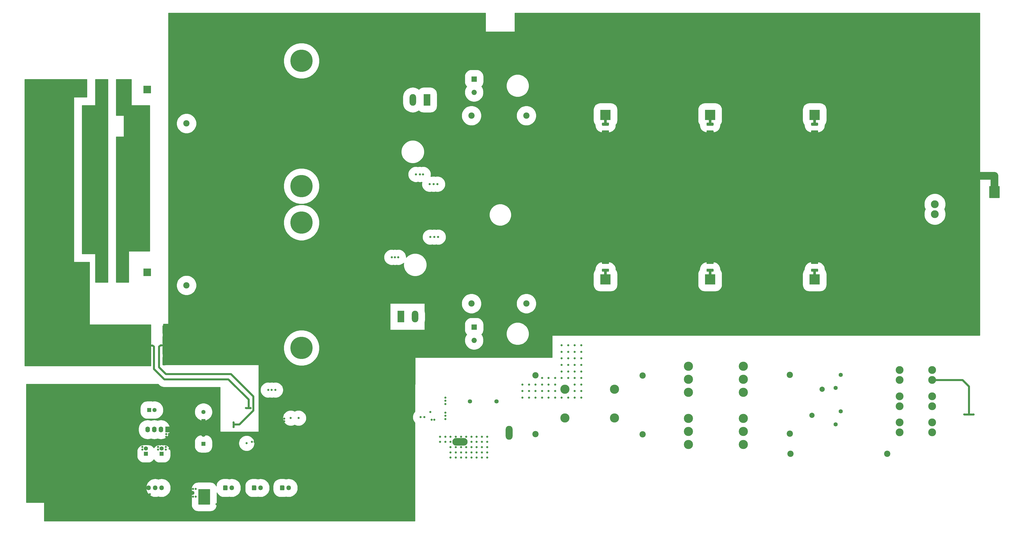
<source format=gbl>
G04 #@! TF.GenerationSoftware,KiCad,Pcbnew,(5.1.7)-1*
G04 #@! TF.CreationDate,2021-03-09T01:47:10+02:00*
G04 #@! TF.ProjectId,CP_inverter,43505f69-6e76-4657-9274-65722e6b6963,rev?*
G04 #@! TF.SameCoordinates,Original*
G04 #@! TF.FileFunction,Copper,L4,Bot*
G04 #@! TF.FilePolarity,Positive*
%FSLAX46Y46*%
G04 Gerber Fmt 4.6, Leading zero omitted, Abs format (unit mm)*
G04 Created by KiCad (PCBNEW (5.1.7)-1) date 2021-03-09 01:47:10*
%MOMM*%
%LPD*%
G01*
G04 APERTURE LIST*
G04 #@! TA.AperFunction,ComponentPad*
%ADD10C,3.000000*%
G04 #@! TD*
G04 #@! TA.AperFunction,ComponentPad*
%ADD11C,2.400000*%
G04 #@! TD*
G04 #@! TA.AperFunction,ComponentPad*
%ADD12R,1.600000X1.600000*%
G04 #@! TD*
G04 #@! TA.AperFunction,ComponentPad*
%ADD13C,1.600000*%
G04 #@! TD*
G04 #@! TA.AperFunction,ComponentPad*
%ADD14C,4.000000*%
G04 #@! TD*
G04 #@! TA.AperFunction,ComponentPad*
%ADD15R,4.000000X4.000000*%
G04 #@! TD*
G04 #@! TA.AperFunction,ComponentPad*
%ADD16R,3.000000X3.000000*%
G04 #@! TD*
G04 #@! TA.AperFunction,ComponentPad*
%ADD17R,2.000000X2.000000*%
G04 #@! TD*
G04 #@! TA.AperFunction,ComponentPad*
%ADD18O,2.000000X2.000000*%
G04 #@! TD*
G04 #@! TA.AperFunction,ComponentPad*
%ADD19C,3.500000*%
G04 #@! TD*
G04 #@! TA.AperFunction,ComponentPad*
%ADD20O,1.700000X1.850000*%
G04 #@! TD*
G04 #@! TA.AperFunction,ComponentPad*
%ADD21C,8.500000*%
G04 #@! TD*
G04 #@! TA.AperFunction,ComponentPad*
%ADD22C,2.000000*%
G04 #@! TD*
G04 #@! TA.AperFunction,ComponentPad*
%ADD23C,1.635000*%
G04 #@! TD*
G04 #@! TA.AperFunction,ComponentPad*
%ADD24O,5.850000X2.925000*%
G04 #@! TD*
G04 #@! TA.AperFunction,ComponentPad*
%ADD25O,2.670000X5.340000*%
G04 #@! TD*
G04 #@! TA.AperFunction,ComponentPad*
%ADD26O,1.750000X2.250000*%
G04 #@! TD*
G04 #@! TA.AperFunction,ComponentPad*
%ADD27R,1.750000X2.250000*%
G04 #@! TD*
G04 #@! TA.AperFunction,ComponentPad*
%ADD28O,2.500000X4.500000*%
G04 #@! TD*
G04 #@! TA.AperFunction,ComponentPad*
%ADD29R,2.500000X4.500000*%
G04 #@! TD*
G04 #@! TA.AperFunction,ViaPad*
%ADD30C,0.800000*%
G04 #@! TD*
G04 #@! TA.AperFunction,Conductor*
%ADD31C,0.800000*%
G04 #@! TD*
G04 #@! TA.AperFunction,Conductor*
%ADD32C,1.000000*%
G04 #@! TD*
G04 #@! TA.AperFunction,Conductor*
%ADD33C,3.000000*%
G04 #@! TD*
G04 #@! TA.AperFunction,Conductor*
%ADD34C,0.254000*%
G04 #@! TD*
G04 #@! TA.AperFunction,Conductor*
%ADD35C,0.100000*%
G04 #@! TD*
G04 APERTURE END LIST*
D10*
G04 #@! TO.P,J1,1*
G04 #@! TO.N,Net-(F1-Pad1)*
X370246800Y-214300000D03*
X370246800Y-210490000D03*
X357750000Y-214300000D03*
X357750000Y-210490000D03*
G04 #@! TO.P,J1,2*
G04 #@! TO.N,Earth*
X370246800Y-204292400D03*
X370246800Y-200482400D03*
X357750000Y-204292400D03*
X357750000Y-200482400D03*
G04 #@! TO.P,J1,3*
G04 #@! TO.N,Net-(C7-Pad2)*
X370246800Y-194284800D03*
X370246800Y-190474800D03*
X357750000Y-194284800D03*
X357750000Y-190474800D03*
G04 #@! TD*
D11*
G04 #@! TO.P,F1,2*
G04 #@! TO.N,Net-(C6-Pad1)*
X316000000Y-222500000D03*
G04 #@! TO.P,F1,1*
G04 #@! TO.N,Net-(F1-Pad1)*
X353000000Y-222500000D03*
G04 #@! TD*
G04 #@! TO.P,C33,1*
G04 #@! TO.N,VBUS*
X215000000Y-165000000D03*
G04 #@! TO.P,C33,2*
G04 #@! TO.N,GND*
X215000000Y-137500000D03*
G04 #@! TD*
G04 #@! TO.P,C9,1*
G04 #@! TO.N,Net-(C6-Pad1)*
X315750000Y-214800000D03*
G04 #@! TO.P,C9,2*
G04 #@! TO.N,Net-(C7-Pad2)*
X315750000Y-192300000D03*
G04 #@! TD*
G04 #@! TO.P,C17,1*
G04 #@! TO.N,Net-(C14-Pad1)*
X259500000Y-215050000D03*
G04 #@! TO.P,C17,2*
G04 #@! TO.N,Net-(C15-Pad2)*
X259500000Y-192550000D03*
G04 #@! TD*
G04 #@! TO.P,C19,2*
G04 #@! TO.N,AC_IN2*
X218500000Y-192500000D03*
G04 #@! TO.P,C19,1*
G04 #@! TO.N,AC_IN1*
X218500000Y-215000000D03*
G04 #@! TD*
D12*
G04 #@! TO.P,C23,1*
G04 #@! TO.N,Net-(C23-Pad1)*
X69500000Y-222500000D03*
D13*
G04 #@! TO.P,C23,2*
G04 #@! TO.N,GND*
X69500000Y-220500000D03*
G04 #@! TD*
D12*
G04 #@! TO.P,C24,1*
G04 #@! TO.N,Net-(C23-Pad1)*
X75500000Y-222500000D03*
D13*
G04 #@! TO.P,C24,2*
G04 #@! TO.N,GND*
X75500000Y-220500000D03*
G04 #@! TD*
D11*
G04 #@! TO.P,C27,1*
G04 #@! TO.N,Net-(C27-Pad1)*
X85000000Y-96000000D03*
G04 #@! TO.P,C27,2*
G04 #@! TO.N,GND*
X85000000Y-123500000D03*
G04 #@! TD*
G04 #@! TO.P,C28,1*
G04 #@! TO.N,Net-(C28-Pad1)*
X85000000Y-158000000D03*
G04 #@! TO.P,C28,2*
G04 #@! TO.N,GND*
X85000000Y-130500000D03*
G04 #@! TD*
D12*
G04 #@! TO.P,C30,1*
G04 #@! TO.N,VCC*
X90750000Y-237500000D03*
D13*
G04 #@! TO.P,C30,2*
G04 #@! TO.N,GND*
X87250000Y-237500000D03*
G04 #@! TD*
G04 #@! TO.P,C31,2*
G04 #@! TO.N,-5V*
X72750000Y-205750000D03*
D12*
G04 #@! TO.P,C31,1*
G04 #@! TO.N,Net-(C31-Pad1)*
X70750000Y-205750000D03*
G04 #@! TD*
D11*
G04 #@! TO.P,C32,2*
G04 #@! TO.N,GND*
X215000000Y-120500000D03*
G04 #@! TO.P,C32,1*
G04 #@! TO.N,VBUS*
X215000000Y-93000000D03*
G04 #@! TD*
G04 #@! TO.P,C35,2*
G04 #@! TO.N,GND*
X194000000Y-120500000D03*
G04 #@! TO.P,C35,1*
G04 #@! TO.N,VBUS*
X194000000Y-93000000D03*
G04 #@! TD*
G04 #@! TO.P,C36,2*
G04 #@! TO.N,GND*
X194000000Y-137500000D03*
G04 #@! TO.P,C36,1*
G04 #@! TO.N,VBUS*
X194000000Y-165000000D03*
G04 #@! TD*
D14*
G04 #@! TO.P,C37,2*
G04 #@! TO.N,GND*
X245250000Y-102750000D03*
D15*
G04 #@! TO.P,C37,1*
G04 #@! TO.N,VBUS*
X245250000Y-92750000D03*
G04 #@! TD*
G04 #@! TO.P,C38,1*
G04 #@! TO.N,VBUS*
X285250000Y-92750000D03*
D14*
G04 #@! TO.P,C38,2*
G04 #@! TO.N,GND*
X285250000Y-102750000D03*
G04 #@! TD*
D12*
G04 #@! TO.P,C39,1*
G04 #@! TO.N,+15V*
X91500000Y-218750000D03*
D13*
G04 #@! TO.P,C39,2*
G04 #@! TO.N,GND*
X91500000Y-215250000D03*
G04 #@! TD*
G04 #@! TO.P,C40,2*
G04 #@! TO.N,-5V*
X91500000Y-206500000D03*
D12*
G04 #@! TO.P,C40,1*
G04 #@! TO.N,GND*
X91500000Y-210000000D03*
G04 #@! TD*
D14*
G04 #@! TO.P,C41,2*
G04 #@! TO.N,GND*
X325250000Y-102750000D03*
D15*
G04 #@! TO.P,C41,1*
G04 #@! TO.N,VBUS*
X325250000Y-92750000D03*
G04 #@! TD*
G04 #@! TO.P,C44,1*
G04 #@! TO.N,VBUS*
X245250000Y-155750000D03*
D14*
G04 #@! TO.P,C44,2*
G04 #@! TO.N,GND*
X245250000Y-145750000D03*
G04 #@! TD*
D15*
G04 #@! TO.P,C45,1*
G04 #@! TO.N,VBUS*
X285250000Y-155750000D03*
D14*
G04 #@! TO.P,C45,2*
G04 #@! TO.N,GND*
X285250000Y-145750000D03*
G04 #@! TD*
G04 #@! TO.P,C46,2*
G04 #@! TO.N,GND*
X325250000Y-145750000D03*
D15*
G04 #@! TO.P,C46,1*
G04 #@! TO.N,VBUS*
X325250000Y-155750000D03*
G04 #@! TD*
G04 #@! TO.P,C47,1*
G04 #@! TO.N,VBUS*
G04 #@! TA.AperFunction,SMDPad,CuDef*
G36*
G01*
X246350001Y-152800000D02*
X244149999Y-152800000D01*
G75*
G02*
X243900000Y-152550001I0J249999D01*
G01*
X243900000Y-151899999D01*
G75*
G02*
X244149999Y-151650000I249999J0D01*
G01*
X246350001Y-151650000D01*
G75*
G02*
X246600000Y-151899999I0J-249999D01*
G01*
X246600000Y-152550001D01*
G75*
G02*
X246350001Y-152800000I-249999J0D01*
G01*
G37*
G04 #@! TD.AperFunction*
G04 #@! TO.P,C47,2*
G04 #@! TO.N,GND*
G04 #@! TA.AperFunction,SMDPad,CuDef*
G36*
G01*
X246350001Y-149850000D02*
X244149999Y-149850000D01*
G75*
G02*
X243900000Y-149600001I0J249999D01*
G01*
X243900000Y-148949999D01*
G75*
G02*
X244149999Y-148700000I249999J0D01*
G01*
X246350001Y-148700000D01*
G75*
G02*
X246600000Y-148949999I0J-249999D01*
G01*
X246600000Y-149600001D01*
G75*
G02*
X246350001Y-149850000I-249999J0D01*
G01*
G37*
G04 #@! TD.AperFunction*
G04 #@! TD*
G04 #@! TO.P,C48,2*
G04 #@! TO.N,GND*
G04 #@! TA.AperFunction,SMDPad,CuDef*
G36*
G01*
X286350001Y-149850000D02*
X284149999Y-149850000D01*
G75*
G02*
X283900000Y-149600001I0J249999D01*
G01*
X283900000Y-148949999D01*
G75*
G02*
X284149999Y-148700000I249999J0D01*
G01*
X286350001Y-148700000D01*
G75*
G02*
X286600000Y-148949999I0J-249999D01*
G01*
X286600000Y-149600001D01*
G75*
G02*
X286350001Y-149850000I-249999J0D01*
G01*
G37*
G04 #@! TD.AperFunction*
G04 #@! TO.P,C48,1*
G04 #@! TO.N,VBUS*
G04 #@! TA.AperFunction,SMDPad,CuDef*
G36*
G01*
X286350001Y-152800000D02*
X284149999Y-152800000D01*
G75*
G02*
X283900000Y-152550001I0J249999D01*
G01*
X283900000Y-151899999D01*
G75*
G02*
X284149999Y-151650000I249999J0D01*
G01*
X286350001Y-151650000D01*
G75*
G02*
X286600000Y-151899999I0J-249999D01*
G01*
X286600000Y-152550001D01*
G75*
G02*
X286350001Y-152800000I-249999J0D01*
G01*
G37*
G04 #@! TD.AperFunction*
G04 #@! TD*
G04 #@! TO.P,C51,1*
G04 #@! TO.N,VBUS*
G04 #@! TA.AperFunction,SMDPad,CuDef*
G36*
G01*
X326350001Y-152800000D02*
X324149999Y-152800000D01*
G75*
G02*
X323900000Y-152550001I0J249999D01*
G01*
X323900000Y-151899999D01*
G75*
G02*
X324149999Y-151650000I249999J0D01*
G01*
X326350001Y-151650000D01*
G75*
G02*
X326600000Y-151899999I0J-249999D01*
G01*
X326600000Y-152550001D01*
G75*
G02*
X326350001Y-152800000I-249999J0D01*
G01*
G37*
G04 #@! TD.AperFunction*
G04 #@! TO.P,C51,2*
G04 #@! TO.N,GND*
G04 #@! TA.AperFunction,SMDPad,CuDef*
G36*
G01*
X326350001Y-149850000D02*
X324149999Y-149850000D01*
G75*
G02*
X323900000Y-149600001I0J249999D01*
G01*
X323900000Y-148949999D01*
G75*
G02*
X324149999Y-148700000I249999J0D01*
G01*
X326350001Y-148700000D01*
G75*
G02*
X326600000Y-148949999I0J-249999D01*
G01*
X326600000Y-149600001D01*
G75*
G02*
X326350001Y-149850000I-249999J0D01*
G01*
G37*
G04 #@! TD.AperFunction*
G04 #@! TD*
G04 #@! TO.P,C52,2*
G04 #@! TO.N,GND*
G04 #@! TA.AperFunction,SMDPad,CuDef*
G36*
G01*
X244149999Y-98650000D02*
X246350001Y-98650000D01*
G75*
G02*
X246600000Y-98899999I0J-249999D01*
G01*
X246600000Y-99550001D01*
G75*
G02*
X246350001Y-99800000I-249999J0D01*
G01*
X244149999Y-99800000D01*
G75*
G02*
X243900000Y-99550001I0J249999D01*
G01*
X243900000Y-98899999D01*
G75*
G02*
X244149999Y-98650000I249999J0D01*
G01*
G37*
G04 #@! TD.AperFunction*
G04 #@! TO.P,C52,1*
G04 #@! TO.N,VBUS*
G04 #@! TA.AperFunction,SMDPad,CuDef*
G36*
G01*
X244149999Y-95700000D02*
X246350001Y-95700000D01*
G75*
G02*
X246600000Y-95949999I0J-249999D01*
G01*
X246600000Y-96600001D01*
G75*
G02*
X246350001Y-96850000I-249999J0D01*
G01*
X244149999Y-96850000D01*
G75*
G02*
X243900000Y-96600001I0J249999D01*
G01*
X243900000Y-95949999D01*
G75*
G02*
X244149999Y-95700000I249999J0D01*
G01*
G37*
G04 #@! TD.AperFunction*
G04 #@! TD*
G04 #@! TO.P,C53,2*
G04 #@! TO.N,GND*
G04 #@! TA.AperFunction,SMDPad,CuDef*
G36*
G01*
X284149999Y-98650000D02*
X286350001Y-98650000D01*
G75*
G02*
X286600000Y-98899999I0J-249999D01*
G01*
X286600000Y-99550001D01*
G75*
G02*
X286350001Y-99800000I-249999J0D01*
G01*
X284149999Y-99800000D01*
G75*
G02*
X283900000Y-99550001I0J249999D01*
G01*
X283900000Y-98899999D01*
G75*
G02*
X284149999Y-98650000I249999J0D01*
G01*
G37*
G04 #@! TD.AperFunction*
G04 #@! TO.P,C53,1*
G04 #@! TO.N,VBUS*
G04 #@! TA.AperFunction,SMDPad,CuDef*
G36*
G01*
X284149999Y-95700000D02*
X286350001Y-95700000D01*
G75*
G02*
X286600000Y-95949999I0J-249999D01*
G01*
X286600000Y-96600001D01*
G75*
G02*
X286350001Y-96850000I-249999J0D01*
G01*
X284149999Y-96850000D01*
G75*
G02*
X283900000Y-96600001I0J249999D01*
G01*
X283900000Y-95949999D01*
G75*
G02*
X284149999Y-95700000I249999J0D01*
G01*
G37*
G04 #@! TD.AperFunction*
G04 #@! TD*
G04 #@! TO.P,C54,1*
G04 #@! TO.N,VBUS*
G04 #@! TA.AperFunction,SMDPad,CuDef*
G36*
G01*
X324149999Y-95700000D02*
X326350001Y-95700000D01*
G75*
G02*
X326600000Y-95949999I0J-249999D01*
G01*
X326600000Y-96600001D01*
G75*
G02*
X326350001Y-96850000I-249999J0D01*
G01*
X324149999Y-96850000D01*
G75*
G02*
X323900000Y-96600001I0J249999D01*
G01*
X323900000Y-95949999D01*
G75*
G02*
X324149999Y-95700000I249999J0D01*
G01*
G37*
G04 #@! TD.AperFunction*
G04 #@! TO.P,C54,2*
G04 #@! TO.N,GND*
G04 #@! TA.AperFunction,SMDPad,CuDef*
G36*
G01*
X324149999Y-98650000D02*
X326350001Y-98650000D01*
G75*
G02*
X326600000Y-98899999I0J-249999D01*
G01*
X326600000Y-99550001D01*
G75*
G02*
X326350001Y-99800000I-249999J0D01*
G01*
X324149999Y-99800000D01*
G75*
G02*
X323900000Y-99550001I0J249999D01*
G01*
X323900000Y-98899999D01*
G75*
G02*
X324149999Y-98650000I249999J0D01*
G01*
G37*
G04 #@! TD.AperFunction*
G04 #@! TD*
D16*
G04 #@! TO.P,D11,1*
G04 #@! TO.N,Net-(C27-Pad1)*
X70000000Y-83000000D03*
D10*
G04 #@! TO.P,D11,2*
G04 #@! TO.N,Net-(D11-Pad2)*
X60000000Y-83000000D03*
G04 #@! TO.P,D11,3*
G04 #@! TO.N,AC_IN2*
X52500000Y-83000000D03*
G04 #@! TO.P,D11,4*
G04 #@! TO.N,CS1*
X45000000Y-83000000D03*
G04 #@! TD*
G04 #@! TO.P,D12,4*
G04 #@! TO.N,CS1*
X45000000Y-153000000D03*
G04 #@! TO.P,D12,3*
G04 #@! TO.N,AC_IN2*
X52500000Y-153000000D03*
G04 #@! TO.P,D12,2*
G04 #@! TO.N,Net-(D11-Pad2)*
X60000000Y-153000000D03*
D16*
G04 #@! TO.P,D12,1*
G04 #@! TO.N,Net-(C28-Pad1)*
X70000000Y-153000000D03*
G04 #@! TD*
D17*
G04 #@! TO.P,D18,1*
G04 #@! TO.N,VBUS*
X195000000Y-174000000D03*
D18*
G04 #@! TO.P,D18,2*
G04 #@! TO.N,Net-(D18-Pad2)*
X195000000Y-179080000D03*
G04 #@! TD*
D19*
G04 #@! TO.P,FL1,1*
G04 #@! TO.N,Net-(C6-Pad1)*
X298000000Y-209000000D03*
G04 #@! TO.P,FL1,2*
G04 #@! TO.N,Net-(C14-Pad1)*
X277000000Y-209000000D03*
G04 #@! TO.P,FL1,1*
G04 #@! TO.N,Net-(C6-Pad1)*
X298000000Y-214000000D03*
X298000000Y-219000000D03*
G04 #@! TO.P,FL1,2*
G04 #@! TO.N,Net-(C14-Pad1)*
X277000000Y-219000000D03*
X277000000Y-214000000D03*
G04 #@! TO.P,FL1,3*
G04 #@! TO.N,Net-(C7-Pad2)*
X298000000Y-189000000D03*
X298000000Y-199000000D03*
X298000000Y-194000000D03*
G04 #@! TO.P,FL1,4*
G04 #@! TO.N,Net-(C15-Pad2)*
X277000000Y-194000000D03*
X277000000Y-189000000D03*
X277000000Y-199000000D03*
G04 #@! TD*
G04 #@! TO.P,FL2,1*
G04 #@! TO.N,Net-(C14-Pad1)*
X248750000Y-208800000D03*
G04 #@! TO.P,FL2,2*
G04 #@! TO.N,AC_IN1*
X229750000Y-208800000D03*
G04 #@! TO.P,FL2,4*
G04 #@! TO.N,AC_IN2*
X229750000Y-197800000D03*
G04 #@! TO.P,FL2,3*
G04 #@! TO.N,Net-(C15-Pad2)*
X248750000Y-197800000D03*
G04 #@! TD*
G04 #@! TO.P,J5,1*
G04 #@! TO.N,GND*
G04 #@! TA.AperFunction,ComponentPad*
G36*
G01*
X67150000Y-236275000D02*
X67150000Y-234925000D01*
G75*
G02*
X67400000Y-234675000I250000J0D01*
G01*
X68600000Y-234675000D01*
G75*
G02*
X68850000Y-234925000I0J-250000D01*
G01*
X68850000Y-236275000D01*
G75*
G02*
X68600000Y-236525000I-250000J0D01*
G01*
X67400000Y-236525000D01*
G75*
G02*
X67150000Y-236275000I0J250000D01*
G01*
G37*
G04 #@! TD.AperFunction*
D20*
G04 #@! TO.P,J5,2*
X70500000Y-235600000D03*
G04 #@! TO.P,J5,3*
G04 #@! TO.N,Net-(F2-Pad2)*
X73000000Y-235600000D03*
G04 #@! TO.P,J5,4*
X75500000Y-235600000D03*
G04 #@! TD*
D10*
G04 #@! TO.P,J6,1*
G04 #@! TO.N,VBUS*
X371250000Y-130750000D03*
G04 #@! TO.P,J6,2*
G04 #@! TO.N,GND*
X358750000Y-120750000D03*
G04 #@! TO.P,J6,1*
G04 #@! TO.N,VBUS*
X371250000Y-126950000D03*
G04 #@! TO.P,J6,2*
G04 #@! TO.N,GND*
X358750000Y-116950000D03*
G04 #@! TD*
D21*
G04 #@! TO.P,L2,2*
G04 #@! TO.N,Net-(D16-Pad2)*
X129000000Y-72000000D03*
G04 #@! TO.P,L2,1*
G04 #@! TO.N,Net-(C27-Pad1)*
X129000000Y-120000000D03*
G04 #@! TD*
G04 #@! TO.P,L3,1*
G04 #@! TO.N,Net-(C28-Pad1)*
X129000000Y-134000000D03*
G04 #@! TO.P,L3,2*
G04 #@! TO.N,Net-(D18-Pad2)*
X129000000Y-182000000D03*
G04 #@! TD*
G04 #@! TO.P,R33,2*
G04 #@! TO.N,GND*
G04 #@! TA.AperFunction,SMDPad,CuDef*
G36*
G01*
X75835001Y-188425001D02*
X75835001Y-185574999D01*
G75*
G02*
X76085000Y-185325000I249999J0D01*
G01*
X76810002Y-185325000D01*
G75*
G02*
X77060001Y-185574999I0J-249999D01*
G01*
X77060001Y-188425001D01*
G75*
G02*
X76810002Y-188675000I-249999J0D01*
G01*
X76085000Y-188675000D01*
G75*
G02*
X75835001Y-188425001I0J249999D01*
G01*
G37*
G04 #@! TD.AperFunction*
G04 #@! TO.P,R33,1*
G04 #@! TO.N,CS1*
G04 #@! TA.AperFunction,SMDPad,CuDef*
G36*
G01*
X69910001Y-188425001D02*
X69910001Y-185574999D01*
G75*
G02*
X70160000Y-185325000I249999J0D01*
G01*
X70885002Y-185325000D01*
G75*
G02*
X71135001Y-185574999I0J-249999D01*
G01*
X71135001Y-188425001D01*
G75*
G02*
X70885002Y-188675000I-249999J0D01*
G01*
X70160000Y-188675000D01*
G75*
G02*
X69910001Y-188425001I0J249999D01*
G01*
G37*
G04 #@! TD.AperFunction*
G04 #@! TD*
G04 #@! TO.P,R34,1*
G04 #@! TO.N,CS1*
G04 #@! TA.AperFunction,SMDPad,CuDef*
G36*
G01*
X69925000Y-184425001D02*
X69925000Y-181574999D01*
G75*
G02*
X70174999Y-181325000I249999J0D01*
G01*
X70900001Y-181325000D01*
G75*
G02*
X71150000Y-181574999I0J-249999D01*
G01*
X71150000Y-184425001D01*
G75*
G02*
X70900001Y-184675000I-249999J0D01*
G01*
X70174999Y-184675000D01*
G75*
G02*
X69925000Y-184425001I0J249999D01*
G01*
G37*
G04 #@! TD.AperFunction*
G04 #@! TO.P,R34,2*
G04 #@! TO.N,GND*
G04 #@! TA.AperFunction,SMDPad,CuDef*
G36*
G01*
X75850000Y-184425001D02*
X75850000Y-181574999D01*
G75*
G02*
X76099999Y-181325000I249999J0D01*
G01*
X76825001Y-181325000D01*
G75*
G02*
X77075000Y-181574999I0J-249999D01*
G01*
X77075000Y-184425001D01*
G75*
G02*
X76825001Y-184675000I-249999J0D01*
G01*
X76099999Y-184675000D01*
G75*
G02*
X75850000Y-184425001I0J249999D01*
G01*
G37*
G04 #@! TD.AperFunction*
G04 #@! TD*
D13*
G04 #@! TO.P,RV1,1*
G04 #@! TO.N,Net-(C6-Pad1)*
X333250000Y-211300000D03*
G04 #@! TO.P,RV1,2*
G04 #@! TO.N,Earth*
X335250000Y-206300000D03*
G04 #@! TD*
G04 #@! TO.P,RV2,2*
G04 #@! TO.N,Net-(C7-Pad2)*
X335250000Y-192300000D03*
G04 #@! TO.P,RV2,1*
G04 #@! TO.N,Earth*
X333250000Y-197300000D03*
G04 #@! TD*
D22*
G04 #@! TO.P,RV3,1*
G04 #@! TO.N,Net-(C6-Pad1)*
X324250000Y-207800000D03*
G04 #@! TO.P,RV3,2*
G04 #@! TO.N,Net-(C7-Pad2)*
X328150000Y-197800000D03*
G04 #@! TD*
D23*
G04 #@! TO.P,U5,1*
G04 #@! TO.N,Net-(C20-Pad2)*
X193435000Y-202490000D03*
G04 #@! TO.P,U5,2*
G04 #@! TO.N,Net-(C20-Pad1)*
X203595000Y-202490000D03*
D24*
G04 #@! TO.P,U5,4*
G04 #@! TO.N,Net-(D11-Pad2)*
X189625000Y-217930000D03*
D25*
G04 #@! TO.P,U5,3*
G04 #@! TO.N,AC_IN1*
X208375000Y-214500000D03*
G04 #@! TD*
D26*
G04 #@! TO.P,U7,4*
G04 #@! TO.N,Net-(D19-Pad2)*
X70130000Y-213250000D03*
G04 #@! TO.P,U7,3*
G04 #@! TO.N,-5V*
X72670000Y-213250000D03*
G04 #@! TO.P,U7,2*
G04 #@! TO.N,Net-(C25-Pad1)*
X75210000Y-213250000D03*
D27*
G04 #@! TO.P,U7,1*
G04 #@! TO.N,GND*
X77750000Y-213250000D03*
G04 #@! TD*
G04 #@! TO.P,J2,1*
G04 #@! TO.N,PGOOD_SIGNAL-*
G04 #@! TA.AperFunction,ComponentPad*
G36*
G01*
X110000000Y-236275000D02*
X110000000Y-234925000D01*
G75*
G02*
X110250000Y-234675000I250000J0D01*
G01*
X111450000Y-234675000D01*
G75*
G02*
X111700000Y-234925000I0J-250000D01*
G01*
X111700000Y-236275000D01*
G75*
G02*
X111450000Y-236525000I-250000J0D01*
G01*
X110250000Y-236525000D01*
G75*
G02*
X110000000Y-236275000I0J250000D01*
G01*
G37*
G04 #@! TD.AperFunction*
D20*
G04 #@! TO.P,J2,2*
G04 #@! TO.N,PGOOD_SIGNAL+*
X113350000Y-235600000D03*
G04 #@! TD*
G04 #@! TO.P,J3,2*
G04 #@! TO.N,PFC_ENBL+*
X124100000Y-235600000D03*
G04 #@! TO.P,J3,1*
G04 #@! TO.N,PFC_ENBL-*
G04 #@! TA.AperFunction,ComponentPad*
G36*
G01*
X120750000Y-236275000D02*
X120750000Y-234925000D01*
G75*
G02*
X121000000Y-234675000I250000J0D01*
G01*
X122200000Y-234675000D01*
G75*
G02*
X122450000Y-234925000I0J-250000D01*
G01*
X122450000Y-236275000D01*
G75*
G02*
X122200000Y-236525000I-250000J0D01*
G01*
X121000000Y-236525000D01*
G75*
G02*
X120750000Y-236275000I0J250000D01*
G01*
G37*
G04 #@! TD.AperFunction*
G04 #@! TD*
G04 #@! TO.P,J4,1*
G04 #@! TO.N,BOFO_ENBL-*
G04 #@! TA.AperFunction,ComponentPad*
G36*
G01*
X99000000Y-236275000D02*
X99000000Y-234925000D01*
G75*
G02*
X99250000Y-234675000I250000J0D01*
G01*
X100450000Y-234675000D01*
G75*
G02*
X100700000Y-234925000I0J-250000D01*
G01*
X100700000Y-236275000D01*
G75*
G02*
X100450000Y-236525000I-250000J0D01*
G01*
X99250000Y-236525000D01*
G75*
G02*
X99000000Y-236275000I0J250000D01*
G01*
G37*
G04 #@! TD.AperFunction*
G04 #@! TO.P,J4,2*
G04 #@! TO.N,BOFO_ENBL+*
X102350000Y-235600000D03*
G04 #@! TD*
D28*
G04 #@! TO.P,Q2,3*
G04 #@! TO.N,GND*
X166100000Y-87000000D03*
G04 #@! TO.P,Q2,2*
G04 #@! TO.N,Net-(D16-Pad2)*
X171550000Y-87000000D03*
D29*
G04 #@! TO.P,Q2,1*
G04 #@! TO.N,Net-(Q2-Pad1)*
X177000000Y-87000000D03*
G04 #@! TD*
G04 #@! TO.P,Q3,1*
G04 #@! TO.N,Net-(Q3-Pad1)*
X167000000Y-170000000D03*
D28*
G04 #@! TO.P,Q3,2*
G04 #@! TO.N,Net-(D18-Pad2)*
X172450000Y-170000000D03*
G04 #@! TO.P,Q3,3*
G04 #@! TO.N,GND*
X177900000Y-170000000D03*
G04 #@! TD*
D17*
G04 #@! TO.P,D16,1*
G04 #@! TO.N,VBUS*
X195000000Y-79000000D03*
D18*
G04 #@! TO.P,D16,2*
G04 #@! TO.N,Net-(D16-Pad2)*
X195000000Y-84080000D03*
G04 #@! TD*
G04 #@! TO.P,R31,1*
G04 #@! TO.N,CS1*
G04 #@! TA.AperFunction,SMDPad,CuDef*
G36*
G01*
X69925000Y-180425001D02*
X69925000Y-177574999D01*
G75*
G02*
X70174999Y-177325000I249999J0D01*
G01*
X70900001Y-177325000D01*
G75*
G02*
X71150000Y-177574999I0J-249999D01*
G01*
X71150000Y-180425001D01*
G75*
G02*
X70900001Y-180675000I-249999J0D01*
G01*
X70174999Y-180675000D01*
G75*
G02*
X69925000Y-180425001I0J249999D01*
G01*
G37*
G04 #@! TD.AperFunction*
G04 #@! TO.P,R31,2*
G04 #@! TO.N,GND*
G04 #@! TA.AperFunction,SMDPad,CuDef*
G36*
G01*
X75850000Y-180425001D02*
X75850000Y-177574999D01*
G75*
G02*
X76099999Y-177325000I249999J0D01*
G01*
X76825001Y-177325000D01*
G75*
G02*
X77075000Y-177574999I0J-249999D01*
G01*
X77075000Y-180425001D01*
G75*
G02*
X76825001Y-180675000I-249999J0D01*
G01*
X76099999Y-180675000D01*
G75*
G02*
X75850000Y-180425001I0J249999D01*
G01*
G37*
G04 #@! TD.AperFunction*
G04 #@! TD*
G04 #@! TO.P,R32,2*
G04 #@! TO.N,GND*
G04 #@! TA.AperFunction,SMDPad,CuDef*
G36*
G01*
X75850000Y-176425001D02*
X75850000Y-173574999D01*
G75*
G02*
X76099999Y-173325000I249999J0D01*
G01*
X76825001Y-173325000D01*
G75*
G02*
X77075000Y-173574999I0J-249999D01*
G01*
X77075000Y-176425001D01*
G75*
G02*
X76825001Y-176675000I-249999J0D01*
G01*
X76099999Y-176675000D01*
G75*
G02*
X75850000Y-176425001I0J249999D01*
G01*
G37*
G04 #@! TD.AperFunction*
G04 #@! TO.P,R32,1*
G04 #@! TO.N,CS1*
G04 #@! TA.AperFunction,SMDPad,CuDef*
G36*
G01*
X69925000Y-176425001D02*
X69925000Y-173574999D01*
G75*
G02*
X70174999Y-173325000I249999J0D01*
G01*
X70900001Y-173325000D01*
G75*
G02*
X71150000Y-173574999I0J-249999D01*
G01*
X71150000Y-176425001D01*
G75*
G02*
X70900001Y-176675000I-249999J0D01*
G01*
X70174999Y-176675000D01*
G75*
G02*
X69925000Y-176425001I0J249999D01*
G01*
G37*
G04 #@! TD.AperFunction*
G04 #@! TD*
D30*
G04 #@! TO.N,Net-(C7-Pad2)*
X386000000Y-207500000D03*
X382500000Y-207500000D03*
G04 #@! TO.N,VCC*
X184000000Y-209250000D03*
X90500000Y-239000000D03*
X90500000Y-240000000D03*
X90500000Y-241000000D03*
X91500000Y-239000000D03*
X91500000Y-240000000D03*
X91500000Y-241000000D03*
X92500000Y-241000000D03*
X92500000Y-240000000D03*
X92500000Y-239000000D03*
X127850000Y-208850000D03*
X124850000Y-208850000D03*
X184000000Y-206750000D03*
X184000000Y-202250000D03*
X184000000Y-208000000D03*
X184000000Y-201000000D03*
X184000000Y-203500000D03*
X175500000Y-115500000D03*
X174250000Y-115500000D03*
X172750000Y-115500000D03*
G04 #@! TO.N,AC_IN2*
X52500000Y-122500000D03*
X52500000Y-135000000D03*
X52500000Y-132500000D03*
X52500000Y-115000000D03*
X52500000Y-105000000D03*
X52500000Y-110000000D03*
X52500000Y-130000000D03*
X52500000Y-125000000D03*
X52500000Y-127500000D03*
X52500000Y-112500000D03*
X52500000Y-107500000D03*
X52500000Y-117500000D03*
X52500000Y-120000000D03*
X52500000Y-140000000D03*
X52500000Y-137500000D03*
X52500000Y-142500000D03*
X50000000Y-122500000D03*
X50000000Y-135000000D03*
X50000000Y-132500000D03*
X50000000Y-115000000D03*
X50000000Y-105000000D03*
X50000000Y-110000000D03*
X50000000Y-130000000D03*
X50000000Y-125000000D03*
X50000000Y-127500000D03*
X50000000Y-112500000D03*
X50000000Y-107500000D03*
X50000000Y-117500000D03*
X50000000Y-120000000D03*
X50000000Y-140000000D03*
X50000000Y-137500000D03*
X50000000Y-142500000D03*
X47500000Y-122500000D03*
X47500000Y-135000000D03*
X47500000Y-132500000D03*
X47500000Y-115000000D03*
X47500000Y-105000000D03*
X47500000Y-110000000D03*
X47500000Y-130000000D03*
X47500000Y-125000000D03*
X47500000Y-127500000D03*
X47500000Y-112500000D03*
X47500000Y-107500000D03*
X47500000Y-117500000D03*
X47500000Y-120000000D03*
X47500000Y-140000000D03*
X47500000Y-137500000D03*
X47500000Y-142500000D03*
X213500000Y-201000000D03*
X216000000Y-201000000D03*
X218500000Y-201000000D03*
X221000000Y-201000000D03*
X223500000Y-201000000D03*
X226000000Y-201000000D03*
X228500000Y-201000000D03*
X231000000Y-201000000D03*
X233500000Y-201000000D03*
X213500000Y-198500000D03*
X213500000Y-196000000D03*
X216000000Y-196000000D03*
X218500000Y-196000000D03*
X221000000Y-196000000D03*
X223500000Y-196000000D03*
X226000000Y-196000000D03*
X226000000Y-193500000D03*
X223500000Y-193500000D03*
X221000000Y-193500000D03*
X221000000Y-198500000D03*
X223500000Y-198500000D03*
X226000000Y-198500000D03*
X218500000Y-198500000D03*
X216000000Y-198500000D03*
X233500000Y-198500000D03*
X233500000Y-196000000D03*
X233500000Y-193500000D03*
X231000000Y-193500000D03*
X228500000Y-193500000D03*
X236000000Y-201000000D03*
X236000000Y-198500000D03*
X236000000Y-196000000D03*
X236000000Y-193500000D03*
X231000000Y-191000000D03*
X233500000Y-191000000D03*
X236000000Y-191000000D03*
X236000000Y-188500000D03*
X236000000Y-186000000D03*
X236000000Y-183500000D03*
X236000000Y-181000000D03*
X233500000Y-181000000D03*
X233500000Y-183500000D03*
X233500000Y-186000000D03*
X233500000Y-188500000D03*
X231000000Y-188500000D03*
X231000000Y-186000000D03*
X231000000Y-183500000D03*
X231000000Y-181000000D03*
X228500000Y-181000000D03*
X228500000Y-183500000D03*
X228500000Y-186000000D03*
X228500000Y-188500000D03*
X228500000Y-191000000D03*
G04 #@! TO.N,CS1*
X27500000Y-97500000D03*
X27500000Y-110000000D03*
X27500000Y-107500000D03*
X27500000Y-90000000D03*
X27500000Y-80000000D03*
X27500000Y-85000000D03*
X27500000Y-105000000D03*
X27500000Y-100000000D03*
X27500000Y-102500000D03*
X27500000Y-87500000D03*
X27500000Y-82500000D03*
X27500000Y-92500000D03*
X27500000Y-95000000D03*
X27500000Y-115000000D03*
X27500000Y-112500000D03*
X27500000Y-117500000D03*
X27500000Y-137500000D03*
X27500000Y-150000000D03*
X27500000Y-147500000D03*
X27500000Y-130000000D03*
X27500000Y-120000000D03*
X27500000Y-125000000D03*
X27500000Y-145000000D03*
X27500000Y-140000000D03*
X27500000Y-142500000D03*
X27500000Y-127500000D03*
X27500000Y-122500000D03*
X27500000Y-132500000D03*
X27500000Y-135000000D03*
X27500000Y-155000000D03*
X27500000Y-152500000D03*
X107750000Y-205000000D03*
X109500000Y-205000000D03*
X25000000Y-80000000D03*
X25000000Y-82500000D03*
X25000000Y-85000000D03*
X25000000Y-87500000D03*
X25000000Y-90000000D03*
X25000000Y-92500000D03*
X25000000Y-95000000D03*
X25000000Y-97500000D03*
X25000000Y-100000000D03*
X25000000Y-102500000D03*
X25000000Y-105000000D03*
X25000000Y-107500000D03*
X25000000Y-110000000D03*
X25000000Y-112500000D03*
X25000000Y-115000000D03*
X25000000Y-117500000D03*
X25000000Y-120000000D03*
X25000000Y-122500000D03*
X25000000Y-125000000D03*
X25000000Y-127500000D03*
X25000000Y-130000000D03*
X25000000Y-132500000D03*
X25000000Y-135000000D03*
X25000000Y-137500000D03*
X25000000Y-140000000D03*
X25000000Y-142500000D03*
X25000000Y-145000000D03*
X25000000Y-147500000D03*
X25000000Y-150000000D03*
X25000000Y-152500000D03*
X25000000Y-155000000D03*
X108600000Y-205000000D03*
G04 #@! TO.N,-5V*
X181000000Y-119250000D03*
X178000000Y-119250000D03*
X179500000Y-119250000D03*
G04 #@! TO.N,+15V*
X178250000Y-139500000D03*
X181250000Y-139500000D03*
X179750000Y-139500000D03*
G04 #@! TO.N,Net-(C50-Pad1)*
X166000000Y-147250000D03*
X164750000Y-147250000D03*
X163500000Y-147250000D03*
X116250000Y-198100026D03*
X119000000Y-198100000D03*
X117600000Y-198100000D03*
G04 #@! TO.N,Net-(D11-Pad2)*
X62500000Y-122500000D03*
X62500000Y-135000000D03*
X62500000Y-132500000D03*
X62500000Y-115000000D03*
X62500000Y-105000000D03*
X62500000Y-110000000D03*
X62500000Y-130000000D03*
X62500000Y-125000000D03*
X62500000Y-127500000D03*
X62500000Y-112500000D03*
X62500000Y-107500000D03*
X62500000Y-117500000D03*
X62500000Y-120000000D03*
X62500000Y-140000000D03*
X62500000Y-137500000D03*
X62500000Y-142500000D03*
X65000000Y-122500000D03*
X65000000Y-135000000D03*
X65000000Y-132500000D03*
X65000000Y-115000000D03*
X65000000Y-105000000D03*
X65000000Y-110000000D03*
X65000000Y-130000000D03*
X65000000Y-125000000D03*
X65000000Y-127500000D03*
X65000000Y-112500000D03*
X65000000Y-107500000D03*
X65000000Y-117500000D03*
X65000000Y-120000000D03*
X65000000Y-140000000D03*
X65000000Y-137500000D03*
X65000000Y-142500000D03*
X67500000Y-122500000D03*
X67500000Y-135000000D03*
X67500000Y-132500000D03*
X67500000Y-115000000D03*
X67500000Y-105000000D03*
X67500000Y-110000000D03*
X67500000Y-130000000D03*
X67500000Y-125000000D03*
X67500000Y-127500000D03*
X67500000Y-112500000D03*
X67500000Y-107500000D03*
X67500000Y-117500000D03*
X67500000Y-120000000D03*
X67500000Y-140000000D03*
X67500000Y-137500000D03*
X67500000Y-142500000D03*
X70000000Y-122500000D03*
X70000000Y-135000000D03*
X70000000Y-132500000D03*
X70000000Y-115000000D03*
X70000000Y-105000000D03*
X70000000Y-110000000D03*
X70000000Y-130000000D03*
X70000000Y-125000000D03*
X70000000Y-127500000D03*
X70000000Y-112500000D03*
X70000000Y-107500000D03*
X70000000Y-117500000D03*
X70000000Y-120000000D03*
X70000000Y-140000000D03*
X70000000Y-137500000D03*
X70000000Y-142500000D03*
X60000000Y-105000000D03*
X60000000Y-107500000D03*
X60000000Y-110000000D03*
X60000000Y-112500000D03*
X60000000Y-115000000D03*
X60000000Y-117500000D03*
X60000000Y-120000000D03*
X60000000Y-122500000D03*
X60000000Y-125000000D03*
X60000000Y-127500000D03*
X60000000Y-130000000D03*
X60000000Y-132500000D03*
X60000000Y-135000000D03*
X60000000Y-140000000D03*
X60000000Y-137500000D03*
X60000000Y-142500000D03*
X194000000Y-216000000D03*
X194000000Y-218000000D03*
X194000000Y-220000000D03*
X194000000Y-222000000D03*
X194000000Y-224000000D03*
X196000000Y-224000000D03*
X196000000Y-222000000D03*
X196000000Y-220000000D03*
X196000000Y-218000000D03*
X196000000Y-216000000D03*
X198000000Y-216000000D03*
X198000000Y-218000000D03*
X198000000Y-220000000D03*
X198000000Y-222000000D03*
X198000000Y-224000000D03*
X200000000Y-224000000D03*
X200000000Y-222000000D03*
X200000000Y-220000000D03*
X200000000Y-218000000D03*
X200000000Y-216000000D03*
X192000000Y-224000000D03*
X192000000Y-222000000D03*
X192000000Y-220000000D03*
X190000000Y-220000000D03*
X190000000Y-222000000D03*
X190000000Y-224000000D03*
X188000000Y-224000000D03*
X188000000Y-222000000D03*
X188000000Y-220000000D03*
X186000000Y-224000000D03*
X186000000Y-222000000D03*
X186000000Y-220000000D03*
X186000000Y-218000000D03*
X186000000Y-216000000D03*
X188000000Y-216000000D03*
X190000000Y-216000000D03*
X192000000Y-216000000D03*
X184000000Y-216000000D03*
X184000000Y-218000000D03*
X182000000Y-216000000D03*
X182000000Y-218000000D03*
G04 #@! TO.N,VB_OK*
X176000000Y-208500000D03*
X174500000Y-208500000D03*
X108000000Y-218500000D03*
G04 #@! TO.N,GND*
X164500000Y-100500000D03*
X164500000Y-98500000D03*
X164500000Y-94500000D03*
X166500000Y-92500000D03*
X168500000Y-94500000D03*
X168500000Y-96500000D03*
X162500000Y-92500000D03*
X166500000Y-100500000D03*
X166500000Y-98500000D03*
X164500000Y-96500000D03*
X168500000Y-102500000D03*
X168500000Y-100500000D03*
X166500000Y-94500000D03*
X168500000Y-92500000D03*
X162500000Y-98500000D03*
X162500000Y-100500000D03*
X162500000Y-96500000D03*
X166500000Y-102500000D03*
X164500000Y-92500000D03*
X166500000Y-96500000D03*
X162500000Y-94500000D03*
X168500000Y-98500000D03*
X117600000Y-213400000D03*
X89000000Y-228000000D03*
X88000000Y-228000000D03*
X103000000Y-210500000D03*
X103000000Y-212250000D03*
X184000000Y-93000000D03*
X184000000Y-95000000D03*
X179750000Y-209500000D03*
X178750000Y-209500000D03*
X395000000Y-122000000D03*
X393000000Y-122000000D03*
X395000000Y-121000000D03*
X393000000Y-121000000D03*
X394000000Y-121000000D03*
X82000000Y-198250000D03*
X81000000Y-198250000D03*
X83000000Y-198250000D03*
X83000000Y-199250000D03*
X82000000Y-199250000D03*
X81000000Y-199250000D03*
X81000000Y-200250000D03*
X82000000Y-200250000D03*
X83000000Y-200250000D03*
X85500000Y-237000000D03*
X85500000Y-238000000D03*
X85500000Y-239000000D03*
X86500000Y-239000000D03*
X87500000Y-239000000D03*
X88500000Y-239000000D03*
X86500000Y-236000000D03*
X87500000Y-236000000D03*
X88500000Y-236000000D03*
X77250000Y-216000000D03*
X78250000Y-216000000D03*
X84000000Y-211250000D03*
X84000000Y-212250000D03*
X84000000Y-213250000D03*
X85000000Y-211250000D03*
X85000000Y-212250000D03*
X85000000Y-213250000D03*
X86000000Y-211250000D03*
X86000000Y-212250000D03*
X86000000Y-213250000D03*
X86000000Y-209250000D03*
X86000000Y-210250000D03*
X86000000Y-208250000D03*
X67750000Y-228750000D03*
X79521000Y-210927000D03*
X79521000Y-209827000D03*
X77250000Y-215000000D03*
X78250000Y-215000000D03*
X68100000Y-219900000D03*
X68100000Y-220900000D03*
X77100000Y-219900000D03*
X77100000Y-220900000D03*
X74100000Y-219900000D03*
X74100000Y-220900000D03*
X76100000Y-219000000D03*
X75000000Y-219000000D03*
X79850000Y-220600000D03*
X78500000Y-220600000D03*
X70000000Y-238000000D03*
X71000000Y-239000000D03*
X70000000Y-239000000D03*
X71000000Y-238000000D03*
X70000000Y-241000000D03*
X70000000Y-240000000D03*
X71000000Y-240000000D03*
X71000000Y-241000000D03*
X69000000Y-241000000D03*
X68000000Y-241000000D03*
X68000000Y-240000000D03*
X67000000Y-241000000D03*
X69000000Y-240000000D03*
X67000000Y-240000000D03*
X69000000Y-239000000D03*
X67000000Y-238000000D03*
X68000000Y-238000000D03*
X69000000Y-238000000D03*
X68000000Y-239000000D03*
X67000000Y-239000000D03*
X178250000Y-122850000D03*
X176750000Y-122850000D03*
X178250000Y-135750000D03*
X176750000Y-135750000D03*
X166000000Y-133250000D03*
X164850000Y-133250000D03*
X105100000Y-229350000D03*
X106100000Y-229350000D03*
X127100000Y-229350000D03*
X128100000Y-229350000D03*
X115350000Y-225850000D03*
X116350000Y-225850000D03*
X163500000Y-126250000D03*
X163500000Y-124750000D03*
X137600000Y-228850000D03*
X136600000Y-228850000D03*
X134450000Y-227200000D03*
X133450000Y-227200000D03*
X105350000Y-222850000D03*
X104350000Y-222850000D03*
X103350000Y-222850000D03*
X102350000Y-222850000D03*
X113850000Y-222850000D03*
X112850000Y-222850000D03*
X115850000Y-222850000D03*
X114850000Y-222850000D03*
X115100000Y-205100000D03*
X116100000Y-205100000D03*
X113100000Y-205100000D03*
X114100000Y-205100000D03*
X130600000Y-217600000D03*
X130600000Y-216100000D03*
X130600000Y-212850000D03*
X130600000Y-211600000D03*
X132500000Y-205200000D03*
X132500000Y-206500000D03*
X132000000Y-209000000D03*
X132000000Y-210000000D03*
X132600000Y-220100000D03*
X132600000Y-219100000D03*
X132600000Y-222600000D03*
X132600000Y-223600000D03*
X122350000Y-210100000D03*
X122350000Y-209100000D03*
X122600000Y-221850000D03*
X121600000Y-221850000D03*
X126850000Y-204350000D03*
X125850000Y-204350000D03*
X125600000Y-221850000D03*
X124600000Y-221850000D03*
X110000000Y-218000000D03*
X111000000Y-218000000D03*
X171385000Y-129885000D03*
X171355000Y-131155000D03*
X168145000Y-131155000D03*
X168215000Y-129885000D03*
X178250000Y-206500000D03*
X162087500Y-171412500D03*
X162087500Y-168587500D03*
X117600000Y-211900000D03*
X41515058Y-197882250D03*
X41515058Y-201882250D03*
X41515058Y-205882250D03*
X41515058Y-209882250D03*
X41515058Y-213882250D03*
X41515058Y-217882250D03*
X41515058Y-221882250D03*
X41515058Y-225882250D03*
X41515058Y-229882250D03*
X41515058Y-233882250D03*
X41515058Y-237882250D03*
X41515058Y-241882250D03*
X43515058Y-199882250D03*
X43515058Y-203882250D03*
X43515058Y-207882250D03*
X43515058Y-211882250D03*
X43515058Y-215882250D03*
X43515058Y-219882250D03*
X43515058Y-223882250D03*
X43515058Y-227882250D03*
X43515058Y-231882250D03*
X43515058Y-235882250D03*
X43515058Y-239882250D03*
X45515058Y-197882250D03*
X45515058Y-201882250D03*
X45515058Y-205882250D03*
X45515058Y-209882250D03*
X45515058Y-213882250D03*
X45515058Y-217882250D03*
X45515058Y-221882250D03*
X45515058Y-225882250D03*
X45515058Y-229882250D03*
X45515058Y-233882250D03*
X45515058Y-237882250D03*
X45515058Y-241882250D03*
X47515058Y-199882250D03*
X47515058Y-203882250D03*
X47515058Y-207882250D03*
X47515058Y-211882250D03*
X47515058Y-215882250D03*
X47515058Y-219882250D03*
X47515058Y-223882250D03*
X47515058Y-227882250D03*
X47515058Y-231882250D03*
X47515058Y-235882250D03*
X47515058Y-239882250D03*
X49515058Y-197882250D03*
X49515058Y-201882250D03*
X49515058Y-205882250D03*
X49515058Y-209882250D03*
X49515058Y-213882250D03*
X49515058Y-217882250D03*
X49515058Y-221882250D03*
X49515058Y-225882250D03*
X49515058Y-229882250D03*
X49515058Y-233882250D03*
X49515058Y-237882250D03*
X49515058Y-241882250D03*
X51515058Y-199882250D03*
X51515058Y-203882250D03*
X51515058Y-207882250D03*
X51515058Y-211882250D03*
X51515058Y-215882250D03*
X51515058Y-219882250D03*
X51515058Y-223882250D03*
X51515058Y-227882250D03*
X51515058Y-231882250D03*
X51515058Y-235882250D03*
X51515058Y-239882250D03*
X53515058Y-197882250D03*
X53515058Y-201882250D03*
X53515058Y-205882250D03*
X53515058Y-209882250D03*
X53515058Y-213882250D03*
X53515058Y-217882250D03*
X53515058Y-221882250D03*
X53515058Y-225882250D03*
X53515058Y-229882250D03*
X53515058Y-233882250D03*
X53515058Y-237882250D03*
X53515058Y-241882250D03*
X55515058Y-199882250D03*
X55515058Y-203882250D03*
X55515058Y-207882250D03*
X55515058Y-211882250D03*
X55515058Y-215882250D03*
X55515058Y-219882250D03*
X55515058Y-223882250D03*
X55515058Y-227882250D03*
X55515058Y-231882250D03*
X55515058Y-235882250D03*
X55515058Y-239882250D03*
X57515058Y-197882250D03*
X57515058Y-201882250D03*
X57515058Y-205882250D03*
X57515058Y-209882250D03*
X57515058Y-213882250D03*
X57515058Y-217882250D03*
X57515058Y-221882250D03*
X57515058Y-225882250D03*
X57515058Y-229882250D03*
X57515058Y-233882250D03*
X57515058Y-237882250D03*
X57515058Y-241882250D03*
X59515058Y-199882250D03*
X59515058Y-203882250D03*
X59515058Y-207882250D03*
X59515058Y-211882250D03*
X59515058Y-215882250D03*
X59515058Y-219882250D03*
X59515058Y-223882250D03*
X59515058Y-227882250D03*
X59515058Y-231882250D03*
X59515058Y-235882250D03*
X59515058Y-239882250D03*
X61515058Y-197882250D03*
X61515058Y-213882250D03*
X61515058Y-217882250D03*
X61515058Y-221882250D03*
X61515058Y-225882250D03*
X61515058Y-229882250D03*
X61515058Y-233882250D03*
X61515058Y-237882250D03*
X61515058Y-241882250D03*
X63515058Y-223882250D03*
X63515058Y-227882250D03*
X63515058Y-231882250D03*
X64515058Y-198882250D03*
X67515058Y-197882250D03*
X70515058Y-198882250D03*
X96515058Y-241882250D03*
X99515058Y-239882250D03*
X101515058Y-241882250D03*
X103515058Y-239882250D03*
X105515058Y-241882250D03*
X106515058Y-236882250D03*
X107515058Y-239882250D03*
X109515058Y-241882250D03*
X111515058Y-239882250D03*
X113515058Y-241882250D03*
X115515058Y-239882250D03*
X117515058Y-236882250D03*
X117515058Y-241882250D03*
X119515058Y-239882250D03*
X121515058Y-241882250D03*
X123515058Y-239882250D03*
X125515058Y-241882250D03*
X127515058Y-239882250D03*
X128515058Y-236882250D03*
X129515058Y-233882250D03*
X129515058Y-241882250D03*
X130515058Y-238882250D03*
X131515058Y-235882250D03*
X132515058Y-231882250D03*
X132515058Y-240882250D03*
X133515058Y-237882250D03*
X134515058Y-233882250D03*
X135515058Y-239882250D03*
X136515058Y-235882250D03*
X137515058Y-232882250D03*
X137515058Y-241882250D03*
X138515058Y-237882250D03*
X177000000Y-159000000D03*
X179000000Y-159000000D03*
X181000000Y-159000000D03*
X183000000Y-159000000D03*
X177000000Y-161000000D03*
X179000000Y-161000000D03*
X181000000Y-161000000D03*
X183000000Y-161000000D03*
X177000000Y-163000000D03*
X179000000Y-163000000D03*
X181000000Y-163000000D03*
X183000000Y-163000000D03*
X177000000Y-165000000D03*
X179000000Y-165000000D03*
X181000000Y-165000000D03*
X183000000Y-165000000D03*
X183000000Y-167000000D03*
X181000000Y-167000000D03*
X179000000Y-167000000D03*
X177000000Y-167000000D03*
X181000000Y-169000000D03*
X183000000Y-169000000D03*
X183000000Y-171000000D03*
X181000000Y-171000000D03*
X164500000Y-102500000D03*
X162500000Y-102500000D03*
X164500000Y-90500000D03*
X162500000Y-90500000D03*
X166500000Y-90500000D03*
X162500000Y-88500000D03*
X164500000Y-88500000D03*
X162500000Y-86500000D03*
X164500000Y-86500000D03*
X128750000Y-213750000D03*
X128000000Y-214500000D03*
X133500000Y-209000000D03*
X133500000Y-210000000D03*
X133500000Y-219100000D03*
X133500000Y-220100000D03*
X131500000Y-218500000D03*
X394000000Y-122000000D03*
G04 #@! TD*
D31*
G04 #@! TO.N,Net-(C7-Pad2)*
X386000000Y-207500000D02*
X382500000Y-207500000D01*
X370246800Y-194284800D02*
X381784800Y-194284800D01*
X384250000Y-196750000D02*
X384250000Y-207500000D01*
X381784800Y-194284800D02*
X384250000Y-196750000D01*
G04 #@! TO.N,CS1*
X109500000Y-205000000D02*
X108750000Y-205000000D01*
X108750000Y-205000000D02*
X107750000Y-205000000D01*
X101000000Y-194000000D02*
X108750000Y-201750000D01*
X108750000Y-201750000D02*
X108750000Y-205000000D01*
X76500000Y-194000000D02*
X101000000Y-194000000D01*
D32*
X70537500Y-186985001D02*
X70522501Y-187000000D01*
D31*
X70537500Y-181037500D02*
X72037500Y-181037500D01*
D32*
X70537500Y-175000000D02*
X70537500Y-181037500D01*
X70537500Y-181037500D02*
X70537500Y-186985001D01*
D31*
X72037500Y-181037500D02*
X72500000Y-181500000D01*
X72500000Y-181500000D02*
X72500000Y-190000000D01*
X76500000Y-194000000D02*
X72500000Y-190000000D01*
D32*
G04 #@! TO.N,VBUS*
X245250000Y-96275000D02*
X245250000Y-92750000D01*
X285250000Y-96275000D02*
X285250000Y-92750000D01*
X325250000Y-96275000D02*
X325250000Y-92750000D01*
X325250000Y-155750000D02*
X325250000Y-152225000D01*
X285250000Y-155750000D02*
X285250000Y-152225000D01*
X245250000Y-155750000D02*
X245250000Y-152225000D01*
D31*
G04 #@! TO.N,GND*
X103000000Y-210500000D02*
X103000000Y-211250000D01*
X103000000Y-211250000D02*
X103000000Y-212250000D01*
D32*
X245250000Y-102750000D02*
X245250000Y-99225000D01*
X285250000Y-102750000D02*
X285250000Y-99225000D01*
X325250000Y-102750000D02*
X325250000Y-99225000D01*
X325250000Y-149275000D02*
X325250000Y-145750000D01*
X285250000Y-149275000D02*
X285250000Y-145750000D01*
X245250000Y-149275000D02*
X245250000Y-145750000D01*
X76447501Y-175014999D02*
X76462500Y-175000000D01*
X76447501Y-187000000D02*
X76447501Y-180947501D01*
X76447501Y-180947501D02*
X76447501Y-175014999D01*
D31*
X75052499Y-180947501D02*
X76447501Y-180947501D01*
X74500000Y-181500000D02*
X75052499Y-180947501D01*
X77125000Y-192000000D02*
X74500000Y-189375000D01*
X102000000Y-192000000D02*
X77125000Y-192000000D01*
X110500010Y-200500010D02*
X102000000Y-192000000D01*
X110500010Y-205957103D02*
X110500010Y-200500010D01*
X74500000Y-189375000D02*
X74500000Y-181500000D01*
X105207113Y-211250000D02*
X110500010Y-205957103D01*
X103000000Y-211250000D02*
X105207113Y-211250000D01*
D33*
X394000000Y-121000000D02*
X394000000Y-116000000D01*
X359700000Y-116000000D02*
X358750000Y-116950000D01*
X394000000Y-116000000D02*
X359700000Y-116000000D01*
G04 #@! TD*
D34*
G04 #@! TO.N,GND*
X395873000Y-124373000D02*
X392127000Y-124373000D01*
X392127000Y-120127000D01*
X395873000Y-120127000D01*
X395873000Y-124373000D01*
G04 #@! TA.AperFunction,Conductor*
D35*
G36*
X395873000Y-124373000D02*
G01*
X392127000Y-124373000D01*
X392127000Y-120127000D01*
X395873000Y-120127000D01*
X395873000Y-124373000D01*
G37*
G04 #@! TD.AperFunction*
G04 #@! TD*
D34*
G04 #@! TO.N,GND*
X199373000Y-60750000D02*
X199375440Y-60774776D01*
X199382667Y-60798601D01*
X199394403Y-60820557D01*
X199410197Y-60839803D01*
X199429443Y-60855597D01*
X199451399Y-60867333D01*
X199475224Y-60874560D01*
X199500000Y-60877000D01*
X210500000Y-60877000D01*
X210524776Y-60874560D01*
X210548601Y-60867333D01*
X210570557Y-60855597D01*
X210589803Y-60839803D01*
X210605597Y-60820557D01*
X210617333Y-60798601D01*
X210624560Y-60774776D01*
X210627000Y-60750000D01*
X210627000Y-53727000D01*
X388373000Y-53727000D01*
X388373000Y-177123000D01*
X225000000Y-177123000D01*
X224975224Y-177125440D01*
X224951399Y-177132667D01*
X224929443Y-177144403D01*
X224910197Y-177160197D01*
X224894403Y-177179443D01*
X224882667Y-177201399D01*
X224875440Y-177225224D01*
X224873000Y-177250000D01*
X224873000Y-185623000D01*
X172511122Y-185623000D01*
X172486346Y-185625440D01*
X172462521Y-185632667D01*
X172440565Y-185644403D01*
X172421319Y-185660197D01*
X172405525Y-185679443D01*
X172393789Y-185701399D01*
X172386562Y-185725224D01*
X172384122Y-185749978D01*
X172380544Y-206338632D01*
X172148776Y-206570400D01*
X171817508Y-207066178D01*
X171589326Y-207617057D01*
X171473000Y-208201867D01*
X171473000Y-208798133D01*
X171589326Y-209382943D01*
X171817508Y-209933822D01*
X172148776Y-210429600D01*
X172379793Y-210660617D01*
X172373257Y-248273000D01*
X30627000Y-248273000D01*
X30627000Y-241250000D01*
X30624560Y-241225224D01*
X30617333Y-241201399D01*
X30605597Y-241179443D01*
X30589803Y-241160197D01*
X30570557Y-241144403D01*
X30548601Y-241132667D01*
X30524776Y-241125440D01*
X30500000Y-241123000D01*
X23727000Y-241123000D01*
X23727000Y-235354195D01*
X69523000Y-235354195D01*
X69523000Y-235845806D01*
X69573310Y-236356611D01*
X69772128Y-237012028D01*
X70094992Y-237616064D01*
X70529494Y-238145506D01*
X71058937Y-238580008D01*
X71662973Y-238902872D01*
X72318390Y-239101690D01*
X73000000Y-239168823D01*
X73681611Y-239101690D01*
X74250001Y-238929271D01*
X74818390Y-239101690D01*
X75500000Y-239168823D01*
X76181611Y-239101690D01*
X76837028Y-238902872D01*
X77441064Y-238580008D01*
X77970506Y-238145506D01*
X78405008Y-237616063D01*
X78727872Y-237012027D01*
X78926690Y-236356610D01*
X78961813Y-236000000D01*
X86873000Y-236000000D01*
X86873000Y-242000000D01*
X86923477Y-242512502D01*
X87072968Y-243005309D01*
X87315729Y-243459483D01*
X87642430Y-243857570D01*
X88040517Y-244184271D01*
X88494691Y-244427032D01*
X88987498Y-244576523D01*
X89500000Y-244627000D01*
X94000000Y-244627000D01*
X94512502Y-244576523D01*
X95005309Y-244427032D01*
X95459483Y-244184271D01*
X95857570Y-243857570D01*
X96184271Y-243459483D01*
X96427032Y-243005309D01*
X96576523Y-242512502D01*
X96627000Y-242000000D01*
X96627000Y-237468296D01*
X96847294Y-237880437D01*
X97206666Y-238318334D01*
X97644563Y-238677706D01*
X98144156Y-238944744D01*
X98686246Y-239109185D01*
X99250000Y-239164710D01*
X100450000Y-239164710D01*
X101013754Y-239109185D01*
X101353426Y-239006147D01*
X101668390Y-239101690D01*
X102350000Y-239168823D01*
X103031611Y-239101690D01*
X103687028Y-238902872D01*
X104291064Y-238580008D01*
X104820506Y-238145506D01*
X105255008Y-237616063D01*
X105577872Y-237012027D01*
X105776690Y-236356610D01*
X105827000Y-235845805D01*
X105827000Y-235354194D01*
X105784728Y-234925000D01*
X107360290Y-234925000D01*
X107360290Y-236275000D01*
X107415815Y-236838754D01*
X107580256Y-237380844D01*
X107847294Y-237880437D01*
X108206666Y-238318334D01*
X108644563Y-238677706D01*
X109144156Y-238944744D01*
X109686246Y-239109185D01*
X110250000Y-239164710D01*
X111450000Y-239164710D01*
X112013754Y-239109185D01*
X112353426Y-239006147D01*
X112668390Y-239101690D01*
X113350000Y-239168823D01*
X114031611Y-239101690D01*
X114687028Y-238902872D01*
X115291064Y-238580008D01*
X115820506Y-238145506D01*
X116255008Y-237616063D01*
X116577872Y-237012027D01*
X116776690Y-236356610D01*
X116827000Y-235845805D01*
X116827000Y-235354194D01*
X116784728Y-234925000D01*
X118110290Y-234925000D01*
X118110290Y-236275000D01*
X118165815Y-236838754D01*
X118330256Y-237380844D01*
X118597294Y-237880437D01*
X118956666Y-238318334D01*
X119394563Y-238677706D01*
X119894156Y-238944744D01*
X120436246Y-239109185D01*
X121000000Y-239164710D01*
X122200000Y-239164710D01*
X122763754Y-239109185D01*
X123103426Y-239006147D01*
X123418390Y-239101690D01*
X124100000Y-239168823D01*
X124781611Y-239101690D01*
X125437028Y-238902872D01*
X126041064Y-238580008D01*
X126570506Y-238145506D01*
X127005008Y-237616063D01*
X127327872Y-237012027D01*
X127526690Y-236356610D01*
X127577000Y-235845805D01*
X127577000Y-235354194D01*
X127526690Y-234843389D01*
X127327872Y-234187972D01*
X127005008Y-233583936D01*
X126570506Y-233054494D01*
X126041063Y-232619992D01*
X125437027Y-232297128D01*
X124781610Y-232098310D01*
X124100000Y-232031177D01*
X123418389Y-232098310D01*
X123103425Y-232193853D01*
X122763754Y-232090815D01*
X122200000Y-232035290D01*
X121000000Y-232035290D01*
X120436246Y-232090815D01*
X119894156Y-232255256D01*
X119394563Y-232522294D01*
X118956666Y-232881666D01*
X118597294Y-233319563D01*
X118330256Y-233819156D01*
X118165815Y-234361246D01*
X118110290Y-234925000D01*
X116784728Y-234925000D01*
X116776690Y-234843389D01*
X116577872Y-234187972D01*
X116255008Y-233583936D01*
X115820506Y-233054494D01*
X115291063Y-232619992D01*
X114687027Y-232297128D01*
X114031610Y-232098310D01*
X113350000Y-232031177D01*
X112668389Y-232098310D01*
X112353425Y-232193853D01*
X112013754Y-232090815D01*
X111450000Y-232035290D01*
X110250000Y-232035290D01*
X109686246Y-232090815D01*
X109144156Y-232255256D01*
X108644563Y-232522294D01*
X108206666Y-232881666D01*
X107847294Y-233319563D01*
X107580256Y-233819156D01*
X107415815Y-234361246D01*
X107360290Y-234925000D01*
X105784728Y-234925000D01*
X105776690Y-234843389D01*
X105577872Y-234187972D01*
X105255008Y-233583936D01*
X104820506Y-233054494D01*
X104291063Y-232619992D01*
X103687027Y-232297128D01*
X103031610Y-232098310D01*
X102350000Y-232031177D01*
X101668389Y-232098310D01*
X101353425Y-232193853D01*
X101013754Y-232090815D01*
X100450000Y-232035290D01*
X99250000Y-232035290D01*
X98686246Y-232090815D01*
X98144156Y-232255256D01*
X97644563Y-232522294D01*
X97206666Y-232881666D01*
X96847294Y-233319563D01*
X96580256Y-233819156D01*
X96415815Y-234361246D01*
X96364879Y-234878410D01*
X96184271Y-234540517D01*
X95857570Y-234142430D01*
X95459483Y-233815729D01*
X95005309Y-233572968D01*
X94512502Y-233423477D01*
X94000000Y-233373000D01*
X89500000Y-233373000D01*
X88987498Y-233423477D01*
X88494691Y-233572968D01*
X88040517Y-233815729D01*
X87642430Y-234142430D01*
X87315729Y-234540517D01*
X87072968Y-234994691D01*
X86923477Y-235487498D01*
X86873000Y-236000000D01*
X78961813Y-236000000D01*
X78977000Y-235845805D01*
X78977000Y-235354194D01*
X78926690Y-234843389D01*
X78727872Y-234187972D01*
X78405008Y-233583936D01*
X77970506Y-233054494D01*
X77441063Y-232619992D01*
X76837027Y-232297128D01*
X76181610Y-232098310D01*
X75500000Y-232031177D01*
X74818389Y-232098310D01*
X74250000Y-232270729D01*
X73681610Y-232098310D01*
X73000000Y-232031177D01*
X72318389Y-232098310D01*
X71662972Y-232297128D01*
X71058936Y-232619992D01*
X70529494Y-233054494D01*
X70094992Y-233583937D01*
X69772128Y-234187973D01*
X69573310Y-234843390D01*
X69523000Y-235354195D01*
X23727000Y-235354195D01*
X23727000Y-221700000D01*
X66060290Y-221700000D01*
X66060290Y-223300000D01*
X66111011Y-223814982D01*
X66261226Y-224310173D01*
X66505161Y-224766544D01*
X66833443Y-225166557D01*
X67233456Y-225494839D01*
X67689827Y-225738774D01*
X68185018Y-225888989D01*
X68700000Y-225939710D01*
X70300000Y-225939710D01*
X70814982Y-225888989D01*
X71310173Y-225738774D01*
X71766544Y-225494839D01*
X72166557Y-225166557D01*
X72494839Y-224766544D01*
X72500000Y-224756888D01*
X72505161Y-224766544D01*
X72833443Y-225166557D01*
X73233456Y-225494839D01*
X73689827Y-225738774D01*
X74185018Y-225888989D01*
X74700000Y-225939710D01*
X76300000Y-225939710D01*
X76814982Y-225888989D01*
X77310173Y-225738774D01*
X77766544Y-225494839D01*
X78166557Y-225166557D01*
X78494839Y-224766544D01*
X78738774Y-224310173D01*
X78888989Y-223814982D01*
X78939710Y-223300000D01*
X78939710Y-221700000D01*
X78888989Y-221185018D01*
X78738774Y-220689827D01*
X78494839Y-220233456D01*
X78166557Y-219833443D01*
X77766544Y-219505161D01*
X77310173Y-219261226D01*
X76814982Y-219111011D01*
X76300000Y-219060290D01*
X74700000Y-219060290D01*
X74185018Y-219111011D01*
X73689827Y-219261226D01*
X73233456Y-219505161D01*
X72833443Y-219833443D01*
X72505161Y-220233456D01*
X72500000Y-220243112D01*
X72494839Y-220233456D01*
X72166557Y-219833443D01*
X71766544Y-219505161D01*
X71310173Y-219261226D01*
X70814982Y-219111011D01*
X70300000Y-219060290D01*
X68700000Y-219060290D01*
X68185018Y-219111011D01*
X67689827Y-219261226D01*
X67233456Y-219505161D01*
X66833443Y-219833443D01*
X66505161Y-220233456D01*
X66261226Y-220689827D01*
X66111011Y-221185018D01*
X66060290Y-221700000D01*
X23727000Y-221700000D01*
X23727000Y-217950000D01*
X88060290Y-217950000D01*
X88060290Y-219550000D01*
X88111011Y-220064982D01*
X88261226Y-220560173D01*
X88505161Y-221016544D01*
X88833443Y-221416557D01*
X89233456Y-221744839D01*
X89689827Y-221988774D01*
X90185018Y-222138989D01*
X90700000Y-222189710D01*
X92300000Y-222189710D01*
X92814982Y-222138989D01*
X93310173Y-221988774D01*
X93766544Y-221744839D01*
X94166557Y-221416557D01*
X94494839Y-221016544D01*
X94738774Y-220560173D01*
X94888989Y-220064982D01*
X94939710Y-219550000D01*
X94939710Y-218201867D01*
X104973000Y-218201867D01*
X104973000Y-218798133D01*
X105089326Y-219382943D01*
X105317508Y-219933822D01*
X105648776Y-220429600D01*
X106070400Y-220851224D01*
X106566178Y-221182492D01*
X107117057Y-221410674D01*
X107701867Y-221527000D01*
X108298133Y-221527000D01*
X108882943Y-221410674D01*
X109433822Y-221182492D01*
X109929600Y-220851224D01*
X110351224Y-220429600D01*
X110682492Y-219933822D01*
X110910674Y-219382943D01*
X111027000Y-218798133D01*
X111027000Y-218201867D01*
X110910674Y-217617057D01*
X110682492Y-217066178D01*
X110351224Y-216570400D01*
X109929600Y-216148776D01*
X109433822Y-215817508D01*
X108882943Y-215589326D01*
X108298133Y-215473000D01*
X107701867Y-215473000D01*
X107117057Y-215589326D01*
X106566178Y-215817508D01*
X106070400Y-216148776D01*
X105648776Y-216570400D01*
X105317508Y-217066178D01*
X105089326Y-217617057D01*
X104973000Y-218201867D01*
X94939710Y-218201867D01*
X94939710Y-217950000D01*
X94888989Y-217435018D01*
X94738774Y-216939827D01*
X94494839Y-216483456D01*
X94166557Y-216083443D01*
X93766544Y-215755161D01*
X93310173Y-215511226D01*
X92814982Y-215361011D01*
X92300000Y-215310290D01*
X90700000Y-215310290D01*
X90185018Y-215361011D01*
X89689827Y-215511226D01*
X89233456Y-215755161D01*
X88833443Y-216083443D01*
X88505161Y-216483456D01*
X88261226Y-216939827D01*
X88111011Y-217435018D01*
X88060290Y-217950000D01*
X23727000Y-217950000D01*
X23727000Y-212827966D01*
X66628000Y-212827966D01*
X66628000Y-213672033D01*
X66678672Y-214186511D01*
X66878920Y-214846641D01*
X67204105Y-215455020D01*
X67641731Y-215988269D01*
X68174979Y-216425895D01*
X68783358Y-216751080D01*
X69443488Y-216951328D01*
X70130000Y-217018944D01*
X70816511Y-216951328D01*
X71400000Y-216774329D01*
X71983488Y-216951328D01*
X72670000Y-217018944D01*
X73356511Y-216951328D01*
X73940000Y-216774329D01*
X74523488Y-216951328D01*
X75210000Y-217018944D01*
X75896511Y-216951328D01*
X76556641Y-216751080D01*
X77165020Y-216425895D01*
X77698269Y-215988269D01*
X78135895Y-215455021D01*
X78461080Y-214846642D01*
X78661328Y-214186512D01*
X78712000Y-213672034D01*
X78712000Y-212827967D01*
X78661328Y-212313489D01*
X78461080Y-211653359D01*
X78135895Y-211044979D01*
X77698269Y-210511731D01*
X77165021Y-210074105D01*
X76556642Y-209748920D01*
X75896512Y-209548672D01*
X75210000Y-209481056D01*
X74523489Y-209548672D01*
X73940001Y-209725671D01*
X73356512Y-209548672D01*
X72670000Y-209481056D01*
X71983489Y-209548672D01*
X71400001Y-209725671D01*
X70816512Y-209548672D01*
X70130000Y-209481056D01*
X69443489Y-209548672D01*
X68783359Y-209748920D01*
X68174980Y-210074105D01*
X67641731Y-210511731D01*
X67204105Y-211044979D01*
X66878920Y-211653358D01*
X66678672Y-212313488D01*
X66628000Y-212827966D01*
X23727000Y-212827966D01*
X23727000Y-204950000D01*
X67310290Y-204950000D01*
X67310290Y-206550000D01*
X67361011Y-207064982D01*
X67511226Y-207560173D01*
X67755161Y-208016544D01*
X68083443Y-208416557D01*
X68483456Y-208744839D01*
X68939827Y-208988774D01*
X69435018Y-209138989D01*
X69950000Y-209189710D01*
X71550000Y-209189710D01*
X72064982Y-209138989D01*
X72126919Y-209120201D01*
X72412470Y-209177000D01*
X73087530Y-209177000D01*
X73749619Y-209045303D01*
X74373293Y-208786968D01*
X74934585Y-208411925D01*
X75411925Y-207934585D01*
X75786968Y-207373293D01*
X76045303Y-206749619D01*
X76162093Y-206162470D01*
X88073000Y-206162470D01*
X88073000Y-206837530D01*
X88204697Y-207499619D01*
X88463032Y-208123293D01*
X88838075Y-208684585D01*
X89315415Y-209161925D01*
X89876707Y-209536968D01*
X90500381Y-209795303D01*
X91162470Y-209927000D01*
X91837530Y-209927000D01*
X92499619Y-209795303D01*
X93123293Y-209536968D01*
X93684585Y-209161925D01*
X94161925Y-208684585D01*
X94536968Y-208123293D01*
X94795303Y-207499619D01*
X94927000Y-206837530D01*
X94927000Y-206162470D01*
X94795303Y-205500381D01*
X94536968Y-204876707D01*
X94161925Y-204315415D01*
X93684585Y-203838075D01*
X93123293Y-203463032D01*
X92499619Y-203204697D01*
X91837530Y-203073000D01*
X91162470Y-203073000D01*
X90500381Y-203204697D01*
X89876707Y-203463032D01*
X89315415Y-203838075D01*
X88838075Y-204315415D01*
X88463032Y-204876707D01*
X88204697Y-205500381D01*
X88073000Y-206162470D01*
X76162093Y-206162470D01*
X76177000Y-206087530D01*
X76177000Y-205412470D01*
X76045303Y-204750381D01*
X75786968Y-204126707D01*
X75411925Y-203565415D01*
X74934585Y-203088075D01*
X74373293Y-202713032D01*
X73749619Y-202454697D01*
X73087530Y-202323000D01*
X72412470Y-202323000D01*
X72126919Y-202379799D01*
X72064982Y-202361011D01*
X71550000Y-202310290D01*
X69950000Y-202310290D01*
X69435018Y-202361011D01*
X68939827Y-202511226D01*
X68483456Y-202755161D01*
X68083443Y-203083443D01*
X67755161Y-203483456D01*
X67511226Y-203939827D01*
X67361011Y-204435018D01*
X67310290Y-204950000D01*
X23727000Y-204950000D01*
X23727000Y-195877000D01*
X74096176Y-195877000D01*
X74254433Y-196035257D01*
X74349231Y-196150769D01*
X74624895Y-196377000D01*
X74810151Y-196529036D01*
X75066775Y-196666204D01*
X75336012Y-196810114D01*
X75906604Y-196983202D01*
X76351296Y-197027000D01*
X76351297Y-197027000D01*
X76499999Y-197041646D01*
X76648701Y-197027000D01*
X97873000Y-197027000D01*
X97873000Y-214000000D01*
X97875440Y-214024776D01*
X97882667Y-214048601D01*
X97894403Y-214070557D01*
X97910197Y-214089803D01*
X97929443Y-214105597D01*
X97951399Y-214117333D01*
X97975224Y-214124560D01*
X98000000Y-214127000D01*
X112511122Y-214127000D01*
X112535898Y-214124560D01*
X112559723Y-214117333D01*
X112581679Y-214105597D01*
X112600925Y-214089803D01*
X112616719Y-214070557D01*
X112628455Y-214048601D01*
X112635682Y-214024776D01*
X112638122Y-214000000D01*
X112638122Y-208551867D01*
X121823000Y-208551867D01*
X121823000Y-209148133D01*
X121939326Y-209732943D01*
X122167508Y-210283822D01*
X122498776Y-210779600D01*
X122920400Y-211201224D01*
X123416178Y-211532492D01*
X123967057Y-211760674D01*
X124551867Y-211877000D01*
X125148133Y-211877000D01*
X125732943Y-211760674D01*
X126283822Y-211532492D01*
X126350000Y-211488273D01*
X126416178Y-211532492D01*
X126967057Y-211760674D01*
X127551867Y-211877000D01*
X128148133Y-211877000D01*
X128732943Y-211760674D01*
X129283822Y-211532492D01*
X129779600Y-211201224D01*
X130201224Y-210779600D01*
X130532492Y-210283822D01*
X130760674Y-209732943D01*
X130877000Y-209148133D01*
X130877000Y-208551867D01*
X130760674Y-207967057D01*
X130532492Y-207416178D01*
X130201224Y-206920400D01*
X129779600Y-206498776D01*
X129283822Y-206167508D01*
X128732943Y-205939326D01*
X128148133Y-205823000D01*
X127551867Y-205823000D01*
X126967057Y-205939326D01*
X126416178Y-206167508D01*
X126350000Y-206211727D01*
X126283822Y-206167508D01*
X125732943Y-205939326D01*
X125148133Y-205823000D01*
X124551867Y-205823000D01*
X123967057Y-205939326D01*
X123416178Y-206167508D01*
X122920400Y-206498776D01*
X122498776Y-206920400D01*
X122167508Y-207416178D01*
X121939326Y-207967057D01*
X121823000Y-208551867D01*
X112638122Y-208551867D01*
X112638122Y-197801893D01*
X113223000Y-197801893D01*
X113223000Y-198398159D01*
X113339326Y-198982969D01*
X113567508Y-199533848D01*
X113898776Y-200029626D01*
X114320400Y-200451250D01*
X114816178Y-200782518D01*
X115367057Y-201010700D01*
X115951867Y-201127026D01*
X116548133Y-201127026D01*
X116925065Y-201052049D01*
X117301867Y-201127000D01*
X117898133Y-201127000D01*
X118300000Y-201047064D01*
X118701867Y-201127000D01*
X119298133Y-201127000D01*
X119882943Y-201010674D01*
X120433822Y-200782492D01*
X120929600Y-200451224D01*
X121351224Y-200029600D01*
X121682492Y-199533822D01*
X121910674Y-198982943D01*
X122027000Y-198398133D01*
X122027000Y-197801867D01*
X121910674Y-197217057D01*
X121682492Y-196666178D01*
X121351224Y-196170400D01*
X120929600Y-195748776D01*
X120433822Y-195417508D01*
X119882943Y-195189326D01*
X119298133Y-195073000D01*
X118701867Y-195073000D01*
X118300000Y-195152936D01*
X117898133Y-195073000D01*
X117301867Y-195073000D01*
X116924935Y-195147977D01*
X116548133Y-195073026D01*
X115951867Y-195073026D01*
X115367057Y-195189352D01*
X114816178Y-195417534D01*
X114320400Y-195748802D01*
X113898776Y-196170426D01*
X113567508Y-196666204D01*
X113339326Y-197217083D01*
X113223000Y-197801893D01*
X112638122Y-197801893D01*
X112638122Y-188550742D01*
X112635682Y-188525966D01*
X112628455Y-188502141D01*
X112616719Y-188480185D01*
X112600925Y-188460939D01*
X112581679Y-188445145D01*
X112559723Y-188433409D01*
X112535898Y-188426182D01*
X112511122Y-188423742D01*
X76127000Y-188423742D01*
X76127000Y-181322675D01*
X122123000Y-181322675D01*
X122123000Y-182677325D01*
X122387279Y-184005947D01*
X122905682Y-185257481D01*
X123658285Y-186383832D01*
X124616168Y-187341715D01*
X125742519Y-188094318D01*
X126994053Y-188612721D01*
X128322675Y-188877000D01*
X129677325Y-188877000D01*
X131005947Y-188612721D01*
X132257481Y-188094318D01*
X133383832Y-187341715D01*
X134341715Y-186383832D01*
X135094318Y-185257481D01*
X135612721Y-184005947D01*
X135877000Y-182677325D01*
X135877000Y-181322675D01*
X135612721Y-179994053D01*
X135094318Y-178742519D01*
X134341715Y-177616168D01*
X133383832Y-176658285D01*
X132257481Y-175905682D01*
X131005947Y-175387279D01*
X129677325Y-175123000D01*
X128322675Y-175123000D01*
X126994053Y-175387279D01*
X125742519Y-175905682D01*
X124616168Y-176658285D01*
X123658285Y-177616168D01*
X122905682Y-178742519D01*
X122387279Y-179994053D01*
X122123000Y-181322675D01*
X76127000Y-181322675D01*
X76127000Y-172877000D01*
X78000000Y-172877000D01*
X78024776Y-172874560D01*
X78048601Y-172867333D01*
X78070557Y-172855597D01*
X78089803Y-172839803D01*
X78105597Y-172820557D01*
X78117333Y-172798601D01*
X78124560Y-172774776D01*
X78127000Y-172750000D01*
X78127000Y-165000000D01*
X162873000Y-165000000D01*
X162873000Y-175000000D01*
X162875440Y-175024776D01*
X162882667Y-175048601D01*
X162894403Y-175070557D01*
X162910197Y-175089803D01*
X162929443Y-175105597D01*
X162951399Y-175117333D01*
X162975224Y-175124560D01*
X163000000Y-175127000D01*
X176000000Y-175127000D01*
X176024776Y-175124560D01*
X176048601Y-175117333D01*
X176070557Y-175105597D01*
X176089803Y-175089803D01*
X176105597Y-175070557D01*
X176117333Y-175048601D01*
X176124560Y-175024776D01*
X176127000Y-175000000D01*
X176127000Y-173000000D01*
X191360290Y-173000000D01*
X191360290Y-175000000D01*
X191411011Y-175514982D01*
X191561226Y-176010173D01*
X191805161Y-176466544D01*
X192124280Y-176855392D01*
X191785794Y-177361971D01*
X191512383Y-178022043D01*
X191373000Y-178722772D01*
X191373000Y-179437228D01*
X191512383Y-180137957D01*
X191785794Y-180798029D01*
X192182725Y-181392078D01*
X192687922Y-181897275D01*
X193281971Y-182294206D01*
X193942043Y-182567617D01*
X194642772Y-182707000D01*
X195357228Y-182707000D01*
X196057957Y-182567617D01*
X196718029Y-182294206D01*
X197312078Y-181897275D01*
X197817275Y-181392078D01*
X198214206Y-180798029D01*
X198487617Y-180137957D01*
X198627000Y-179437228D01*
X198627000Y-178722772D01*
X198487617Y-178022043D01*
X198214206Y-177361971D01*
X197875720Y-176855392D01*
X198194839Y-176466544D01*
X198386001Y-176108903D01*
X207283000Y-176108903D01*
X207283000Y-176971097D01*
X207451206Y-177816724D01*
X207781153Y-178613287D01*
X208260162Y-179330175D01*
X208869825Y-179939838D01*
X209586713Y-180418847D01*
X210383276Y-180748794D01*
X211228903Y-180917000D01*
X212091097Y-180917000D01*
X212936724Y-180748794D01*
X213733287Y-180418847D01*
X214450175Y-179939838D01*
X215059838Y-179330175D01*
X215538847Y-178613287D01*
X215868794Y-177816724D01*
X216037000Y-176971097D01*
X216037000Y-176108903D01*
X215868794Y-175263276D01*
X215538847Y-174466713D01*
X215059838Y-173749825D01*
X214450175Y-173140162D01*
X213733287Y-172661153D01*
X212936724Y-172331206D01*
X212091097Y-172163000D01*
X211228903Y-172163000D01*
X210383276Y-172331206D01*
X209586713Y-172661153D01*
X208869825Y-173140162D01*
X208260162Y-173749825D01*
X207781153Y-174466713D01*
X207451206Y-175263276D01*
X207283000Y-176108903D01*
X198386001Y-176108903D01*
X198438774Y-176010173D01*
X198588989Y-175514982D01*
X198639710Y-175000000D01*
X198639710Y-173000000D01*
X198588989Y-172485018D01*
X198438774Y-171989827D01*
X198194839Y-171533456D01*
X197866557Y-171133443D01*
X197466544Y-170805161D01*
X197010173Y-170561226D01*
X196514982Y-170411011D01*
X196000000Y-170360290D01*
X194000000Y-170360290D01*
X193485018Y-170411011D01*
X192989827Y-170561226D01*
X192533456Y-170805161D01*
X192133443Y-171133443D01*
X191805161Y-171533456D01*
X191561226Y-171989827D01*
X191411011Y-172485018D01*
X191360290Y-173000000D01*
X176127000Y-173000000D01*
X176127000Y-172234409D01*
X176270903Y-171760024D01*
X176327000Y-171190462D01*
X176327000Y-168809537D01*
X176270903Y-168239975D01*
X176127000Y-167765591D01*
X176127000Y-165000000D01*
X176124560Y-164975224D01*
X176117333Y-164951399D01*
X176105597Y-164929443D01*
X176089803Y-164910197D01*
X176070557Y-164894403D01*
X176048601Y-164882667D01*
X176024776Y-164875440D01*
X176000000Y-164873000D01*
X163000000Y-164873000D01*
X162975224Y-164875440D01*
X162951399Y-164882667D01*
X162929443Y-164894403D01*
X162910197Y-164910197D01*
X162894403Y-164929443D01*
X162882667Y-164951399D01*
X162875440Y-164975224D01*
X162873000Y-165000000D01*
X78127000Y-165000000D01*
X78127000Y-164623073D01*
X190173000Y-164623073D01*
X190173000Y-165376927D01*
X190320070Y-166116295D01*
X190608557Y-166812764D01*
X191027375Y-167439570D01*
X191560430Y-167972625D01*
X192187236Y-168391443D01*
X192883705Y-168679930D01*
X193623073Y-168827000D01*
X194376927Y-168827000D01*
X195116295Y-168679930D01*
X195812764Y-168391443D01*
X196439570Y-167972625D01*
X196972625Y-167439570D01*
X197391443Y-166812764D01*
X197679930Y-166116295D01*
X197827000Y-165376927D01*
X197827000Y-164623073D01*
X211173000Y-164623073D01*
X211173000Y-165376927D01*
X211320070Y-166116295D01*
X211608557Y-166812764D01*
X212027375Y-167439570D01*
X212560430Y-167972625D01*
X213187236Y-168391443D01*
X213883705Y-168679930D01*
X214623073Y-168827000D01*
X215376927Y-168827000D01*
X216116295Y-168679930D01*
X216812764Y-168391443D01*
X217439570Y-167972625D01*
X217972625Y-167439570D01*
X218391443Y-166812764D01*
X218679930Y-166116295D01*
X218827000Y-165376927D01*
X218827000Y-164623073D01*
X218679930Y-163883705D01*
X218391443Y-163187236D01*
X217972625Y-162560430D01*
X217439570Y-162027375D01*
X216812764Y-161608557D01*
X216116295Y-161320070D01*
X215376927Y-161173000D01*
X214623073Y-161173000D01*
X213883705Y-161320070D01*
X213187236Y-161608557D01*
X212560430Y-162027375D01*
X212027375Y-162560430D01*
X211608557Y-163187236D01*
X211320070Y-163883705D01*
X211173000Y-164623073D01*
X197827000Y-164623073D01*
X197679930Y-163883705D01*
X197391443Y-163187236D01*
X196972625Y-162560430D01*
X196439570Y-162027375D01*
X195812764Y-161608557D01*
X195116295Y-161320070D01*
X194376927Y-161173000D01*
X193623073Y-161173000D01*
X192883705Y-161320070D01*
X192187236Y-161608557D01*
X191560430Y-162027375D01*
X191027375Y-162560430D01*
X190608557Y-163187236D01*
X190320070Y-163883705D01*
X190173000Y-164623073D01*
X78127000Y-164623073D01*
X78127000Y-157623073D01*
X81173000Y-157623073D01*
X81173000Y-158376927D01*
X81320070Y-159116295D01*
X81608557Y-159812764D01*
X82027375Y-160439570D01*
X82560430Y-160972625D01*
X83187236Y-161391443D01*
X83883705Y-161679930D01*
X84623073Y-161827000D01*
X85376927Y-161827000D01*
X86116295Y-161679930D01*
X86812764Y-161391443D01*
X87439570Y-160972625D01*
X87972625Y-160439570D01*
X88391443Y-159812764D01*
X88679930Y-159116295D01*
X88827000Y-158376927D01*
X88827000Y-157623073D01*
X88679930Y-156883705D01*
X88391443Y-156187236D01*
X87972625Y-155560430D01*
X87439570Y-155027375D01*
X86812764Y-154608557D01*
X86116295Y-154320070D01*
X85376927Y-154173000D01*
X84623073Y-154173000D01*
X83883705Y-154320070D01*
X83187236Y-154608557D01*
X82560430Y-155027375D01*
X82027375Y-155560430D01*
X81608557Y-156187236D01*
X81320070Y-156883705D01*
X81173000Y-157623073D01*
X78127000Y-157623073D01*
X78127000Y-146951867D01*
X160473000Y-146951867D01*
X160473000Y-147548133D01*
X160589326Y-148132943D01*
X160817508Y-148683822D01*
X161148776Y-149179600D01*
X161570400Y-149601224D01*
X162066178Y-149932492D01*
X162617057Y-150160674D01*
X163201867Y-150277000D01*
X163798133Y-150277000D01*
X164125000Y-150211982D01*
X164451867Y-150277000D01*
X165048133Y-150277000D01*
X165375000Y-150211982D01*
X165701867Y-150277000D01*
X166298133Y-150277000D01*
X166882943Y-150160674D01*
X167433822Y-149932492D01*
X167929600Y-149601224D01*
X168071706Y-149459118D01*
X168023000Y-149703979D01*
X168023000Y-150576021D01*
X168193127Y-151431308D01*
X168526844Y-152236971D01*
X169011325Y-152962048D01*
X169627952Y-153578675D01*
X170353029Y-154063156D01*
X171158692Y-154396873D01*
X172013979Y-154567000D01*
X172886021Y-154567000D01*
X173741308Y-154396873D01*
X174546971Y-154063156D01*
X175015642Y-153750000D01*
X240610290Y-153750000D01*
X240610290Y-157750000D01*
X240661011Y-158264982D01*
X240811226Y-158760173D01*
X241055161Y-159216544D01*
X241383443Y-159616557D01*
X241783456Y-159944839D01*
X242239827Y-160188774D01*
X242735018Y-160338989D01*
X243250000Y-160389710D01*
X247250000Y-160389710D01*
X247764982Y-160338989D01*
X248260173Y-160188774D01*
X248716544Y-159944839D01*
X249116557Y-159616557D01*
X249444839Y-159216544D01*
X249688774Y-158760173D01*
X249838989Y-158264982D01*
X249889710Y-157750000D01*
X249889710Y-153750000D01*
X280610290Y-153750000D01*
X280610290Y-157750000D01*
X280661011Y-158264982D01*
X280811226Y-158760173D01*
X281055161Y-159216544D01*
X281383443Y-159616557D01*
X281783456Y-159944839D01*
X282239827Y-160188774D01*
X282735018Y-160338989D01*
X283250000Y-160389710D01*
X287250000Y-160389710D01*
X287764982Y-160338989D01*
X288260173Y-160188774D01*
X288716544Y-159944839D01*
X289116557Y-159616557D01*
X289444839Y-159216544D01*
X289688774Y-158760173D01*
X289838989Y-158264982D01*
X289889710Y-157750000D01*
X289889710Y-153750000D01*
X320610290Y-153750000D01*
X320610290Y-157750000D01*
X320661011Y-158264982D01*
X320811226Y-158760173D01*
X321055161Y-159216544D01*
X321383443Y-159616557D01*
X321783456Y-159944839D01*
X322239827Y-160188774D01*
X322735018Y-160338989D01*
X323250000Y-160389710D01*
X327250000Y-160389710D01*
X327764982Y-160338989D01*
X328260173Y-160188774D01*
X328716544Y-159944839D01*
X329116557Y-159616557D01*
X329444839Y-159216544D01*
X329688774Y-158760173D01*
X329838989Y-158264982D01*
X329889710Y-157750000D01*
X329889710Y-153750000D01*
X329838989Y-153235018D01*
X329688774Y-152739827D01*
X329444839Y-152283456D01*
X329239710Y-152033505D01*
X329239710Y-151899999D01*
X329184185Y-151336245D01*
X329019744Y-150794155D01*
X328752706Y-150294563D01*
X328393334Y-149856666D01*
X327955437Y-149497294D01*
X327455845Y-149230256D01*
X326913755Y-149065815D01*
X326350001Y-149010290D01*
X324149999Y-149010290D01*
X323586245Y-149065815D01*
X323044155Y-149230256D01*
X322544563Y-149497294D01*
X322106666Y-149856666D01*
X321747294Y-150294563D01*
X321480256Y-150794155D01*
X321315815Y-151336245D01*
X321260290Y-151899999D01*
X321260290Y-152033505D01*
X321055161Y-152283456D01*
X320811226Y-152739827D01*
X320661011Y-153235018D01*
X320610290Y-153750000D01*
X289889710Y-153750000D01*
X289838989Y-153235018D01*
X289688774Y-152739827D01*
X289444839Y-152283456D01*
X289239710Y-152033505D01*
X289239710Y-151899999D01*
X289184185Y-151336245D01*
X289019744Y-150794155D01*
X288752706Y-150294563D01*
X288393334Y-149856666D01*
X287955437Y-149497294D01*
X287455845Y-149230256D01*
X286913755Y-149065815D01*
X286350001Y-149010290D01*
X284149999Y-149010290D01*
X283586245Y-149065815D01*
X283044155Y-149230256D01*
X282544563Y-149497294D01*
X282106666Y-149856666D01*
X281747294Y-150294563D01*
X281480256Y-150794155D01*
X281315815Y-151336245D01*
X281260290Y-151899999D01*
X281260290Y-152033505D01*
X281055161Y-152283456D01*
X280811226Y-152739827D01*
X280661011Y-153235018D01*
X280610290Y-153750000D01*
X249889710Y-153750000D01*
X249838989Y-153235018D01*
X249688774Y-152739827D01*
X249444839Y-152283456D01*
X249239710Y-152033505D01*
X249239710Y-151899999D01*
X249184185Y-151336245D01*
X249019744Y-150794155D01*
X248752706Y-150294563D01*
X248393334Y-149856666D01*
X247955437Y-149497294D01*
X247455845Y-149230256D01*
X246913755Y-149065815D01*
X246350001Y-149010290D01*
X244149999Y-149010290D01*
X243586245Y-149065815D01*
X243044155Y-149230256D01*
X242544563Y-149497294D01*
X242106666Y-149856666D01*
X241747294Y-150294563D01*
X241480256Y-150794155D01*
X241315815Y-151336245D01*
X241260290Y-151899999D01*
X241260290Y-152033505D01*
X241055161Y-152283456D01*
X240811226Y-152739827D01*
X240661011Y-153235018D01*
X240610290Y-153750000D01*
X175015642Y-153750000D01*
X175272048Y-153578675D01*
X175888675Y-152962048D01*
X176373156Y-152236971D01*
X176706873Y-151431308D01*
X176877000Y-150576021D01*
X176877000Y-149703979D01*
X176706873Y-148848692D01*
X176373156Y-148043029D01*
X175888675Y-147317952D01*
X175272048Y-146701325D01*
X174546971Y-146216844D01*
X173741308Y-145883127D01*
X172886021Y-145713000D01*
X172013979Y-145713000D01*
X171158692Y-145883127D01*
X170353029Y-146216844D01*
X169627952Y-146701325D01*
X169027000Y-147302277D01*
X169027000Y-146951867D01*
X168910674Y-146367057D01*
X168682492Y-145816178D01*
X168351224Y-145320400D01*
X167929600Y-144898776D01*
X167433822Y-144567508D01*
X166882943Y-144339326D01*
X166298133Y-144223000D01*
X165701867Y-144223000D01*
X165375000Y-144288018D01*
X165048133Y-144223000D01*
X164451867Y-144223000D01*
X164125000Y-144288018D01*
X163798133Y-144223000D01*
X163201867Y-144223000D01*
X162617057Y-144339326D01*
X162066178Y-144567508D01*
X161570400Y-144898776D01*
X161148776Y-145320400D01*
X160817508Y-145816178D01*
X160589326Y-146367057D01*
X160473000Y-146951867D01*
X78127000Y-146951867D01*
X78127000Y-133322675D01*
X122123000Y-133322675D01*
X122123000Y-134677325D01*
X122387279Y-136005947D01*
X122905682Y-137257481D01*
X123658285Y-138383832D01*
X124616168Y-139341715D01*
X125742519Y-140094318D01*
X126994053Y-140612721D01*
X128322675Y-140877000D01*
X129677325Y-140877000D01*
X131005947Y-140612721D01*
X132257481Y-140094318D01*
X133383832Y-139341715D01*
X133523680Y-139201867D01*
X175223000Y-139201867D01*
X175223000Y-139798133D01*
X175339326Y-140382943D01*
X175567508Y-140933822D01*
X175898776Y-141429600D01*
X176320400Y-141851224D01*
X176816178Y-142182492D01*
X177367057Y-142410674D01*
X177951867Y-142527000D01*
X178548133Y-142527000D01*
X179000000Y-142437118D01*
X179451867Y-142527000D01*
X180048133Y-142527000D01*
X180500000Y-142437118D01*
X180951867Y-142527000D01*
X181548133Y-142527000D01*
X182132943Y-142410674D01*
X182683822Y-142182492D01*
X183179600Y-141851224D01*
X183601224Y-141429600D01*
X183932492Y-140933822D01*
X184160674Y-140382943D01*
X184277000Y-139798133D01*
X184277000Y-139201867D01*
X184160674Y-138617057D01*
X183932492Y-138066178D01*
X183601224Y-137570400D01*
X183179600Y-137148776D01*
X182683822Y-136817508D01*
X182132943Y-136589326D01*
X181548133Y-136473000D01*
X180951867Y-136473000D01*
X180500000Y-136562882D01*
X180048133Y-136473000D01*
X179451867Y-136473000D01*
X179000000Y-136562882D01*
X178548133Y-136473000D01*
X177951867Y-136473000D01*
X177367057Y-136589326D01*
X176816178Y-136817508D01*
X176320400Y-137148776D01*
X175898776Y-137570400D01*
X175567508Y-138066178D01*
X175339326Y-138617057D01*
X175223000Y-139201867D01*
X133523680Y-139201867D01*
X134341715Y-138383832D01*
X135094318Y-137257481D01*
X135612721Y-136005947D01*
X135877000Y-134677325D01*
X135877000Y-133322675D01*
X135612721Y-131994053D01*
X135094318Y-130742519D01*
X134988184Y-130583677D01*
X200773000Y-130583677D01*
X200773000Y-131416323D01*
X200935441Y-132232971D01*
X201254081Y-133002235D01*
X201716674Y-133694556D01*
X202305444Y-134283326D01*
X202997765Y-134745919D01*
X203767029Y-135064559D01*
X204583677Y-135227000D01*
X205416323Y-135227000D01*
X206232971Y-135064559D01*
X207002235Y-134745919D01*
X207694556Y-134283326D01*
X208283326Y-133694556D01*
X208745919Y-133002235D01*
X209064559Y-132232971D01*
X209227000Y-131416323D01*
X209227000Y-130583677D01*
X209064559Y-129767029D01*
X208745919Y-128997765D01*
X208283326Y-128305444D01*
X207694556Y-127716674D01*
X207002235Y-127254081D01*
X206232971Y-126935441D01*
X205416323Y-126773000D01*
X204583677Y-126773000D01*
X203767029Y-126935441D01*
X202997765Y-127254081D01*
X202305444Y-127716674D01*
X201716674Y-128305444D01*
X201254081Y-128997765D01*
X200935441Y-129767029D01*
X200773000Y-130583677D01*
X134988184Y-130583677D01*
X134341715Y-129616168D01*
X133383832Y-128658285D01*
X132257481Y-127905682D01*
X131005947Y-127387279D01*
X129677325Y-127123000D01*
X128322675Y-127123000D01*
X126994053Y-127387279D01*
X125742519Y-127905682D01*
X124616168Y-128658285D01*
X123658285Y-129616168D01*
X122905682Y-130742519D01*
X122387279Y-131994053D01*
X122123000Y-133322675D01*
X78127000Y-133322675D01*
X78127000Y-119322675D01*
X122123000Y-119322675D01*
X122123000Y-120677325D01*
X122387279Y-122005947D01*
X122905682Y-123257481D01*
X123658285Y-124383832D01*
X124616168Y-125341715D01*
X125742519Y-126094318D01*
X126994053Y-126612721D01*
X128322675Y-126877000D01*
X129677325Y-126877000D01*
X131005947Y-126612721D01*
X131172998Y-126543526D01*
X367123000Y-126543526D01*
X367123000Y-127356474D01*
X367281598Y-128153802D01*
X367569973Y-128850000D01*
X367281598Y-129546198D01*
X367123000Y-130343526D01*
X367123000Y-131156474D01*
X367281598Y-131953802D01*
X367592700Y-132704868D01*
X368044350Y-133380809D01*
X368619191Y-133955650D01*
X369295132Y-134407300D01*
X370046198Y-134718402D01*
X370843526Y-134877000D01*
X371656474Y-134877000D01*
X372453802Y-134718402D01*
X373204868Y-134407300D01*
X373880809Y-133955650D01*
X374455650Y-133380809D01*
X374907300Y-132704868D01*
X375218402Y-131953802D01*
X375377000Y-131156474D01*
X375377000Y-130343526D01*
X375218402Y-129546198D01*
X374930027Y-128850000D01*
X375218402Y-128153802D01*
X375377000Y-127356474D01*
X375377000Y-126543526D01*
X375218402Y-125746198D01*
X374907300Y-124995132D01*
X374455650Y-124319191D01*
X373880809Y-123744350D01*
X373204868Y-123292700D01*
X372453802Y-122981598D01*
X371656474Y-122823000D01*
X370843526Y-122823000D01*
X370046198Y-122981598D01*
X369295132Y-123292700D01*
X368619191Y-123744350D01*
X368044350Y-124319191D01*
X367592700Y-124995132D01*
X367281598Y-125746198D01*
X367123000Y-126543526D01*
X131172998Y-126543526D01*
X132257481Y-126094318D01*
X133383832Y-125341715D01*
X134341715Y-124383832D01*
X135094318Y-123257481D01*
X135612721Y-122005947D01*
X135877000Y-120677325D01*
X135877000Y-119322675D01*
X135612721Y-117994053D01*
X135094318Y-116742519D01*
X134341715Y-115616168D01*
X133927414Y-115201867D01*
X169723000Y-115201867D01*
X169723000Y-115798133D01*
X169839326Y-116382943D01*
X170067508Y-116933822D01*
X170398776Y-117429600D01*
X170820400Y-117851224D01*
X171316178Y-118182492D01*
X171867057Y-118410674D01*
X172451867Y-118527000D01*
X173048133Y-118527000D01*
X173500000Y-118437118D01*
X173951867Y-118527000D01*
X174548133Y-118527000D01*
X174875000Y-118461982D01*
X175063006Y-118499379D01*
X174973000Y-118951867D01*
X174973000Y-119548133D01*
X175089326Y-120132943D01*
X175317508Y-120683822D01*
X175648776Y-121179600D01*
X176070400Y-121601224D01*
X176566178Y-121932492D01*
X177117057Y-122160674D01*
X177701867Y-122277000D01*
X178298133Y-122277000D01*
X178750000Y-122187118D01*
X179201867Y-122277000D01*
X179798133Y-122277000D01*
X180250000Y-122187118D01*
X180701867Y-122277000D01*
X181298133Y-122277000D01*
X181882943Y-122160674D01*
X182433822Y-121932492D01*
X182929600Y-121601224D01*
X183351224Y-121179600D01*
X183682492Y-120683822D01*
X183910674Y-120132943D01*
X184027000Y-119548133D01*
X184027000Y-118951867D01*
X183910674Y-118367057D01*
X183682492Y-117816178D01*
X183351224Y-117320400D01*
X182929600Y-116898776D01*
X182433822Y-116567508D01*
X181882943Y-116339326D01*
X181298133Y-116223000D01*
X180701867Y-116223000D01*
X180250000Y-116312882D01*
X179798133Y-116223000D01*
X179201867Y-116223000D01*
X178750000Y-116312882D01*
X178436994Y-116250621D01*
X178527000Y-115798133D01*
X178527000Y-115201867D01*
X178410674Y-114617057D01*
X178182492Y-114066178D01*
X177851224Y-113570400D01*
X177429600Y-113148776D01*
X176933822Y-112817508D01*
X176382943Y-112589326D01*
X175798133Y-112473000D01*
X175201867Y-112473000D01*
X174875000Y-112538018D01*
X174548133Y-112473000D01*
X173951867Y-112473000D01*
X173500000Y-112562882D01*
X173048133Y-112473000D01*
X172451867Y-112473000D01*
X171867057Y-112589326D01*
X171316178Y-112817508D01*
X170820400Y-113148776D01*
X170398776Y-113570400D01*
X170067508Y-114066178D01*
X169839326Y-114617057D01*
X169723000Y-115201867D01*
X133927414Y-115201867D01*
X133383832Y-114658285D01*
X132257481Y-113905682D01*
X131005947Y-113387279D01*
X129677325Y-113123000D01*
X128322675Y-113123000D01*
X126994053Y-113387279D01*
X125742519Y-113905682D01*
X124616168Y-114658285D01*
X123658285Y-115616168D01*
X122905682Y-116742519D01*
X122387279Y-117994053D01*
X122123000Y-119322675D01*
X78127000Y-119322675D01*
X78127000Y-106423979D01*
X167123000Y-106423979D01*
X167123000Y-107296021D01*
X167293127Y-108151308D01*
X167626844Y-108956971D01*
X168111325Y-109682048D01*
X168727952Y-110298675D01*
X169453029Y-110783156D01*
X170258692Y-111116873D01*
X171113979Y-111287000D01*
X171986021Y-111287000D01*
X172841308Y-111116873D01*
X173646971Y-110783156D01*
X174372048Y-110298675D01*
X174988675Y-109682048D01*
X175473156Y-108956971D01*
X175806873Y-108151308D01*
X175977000Y-107296021D01*
X175977000Y-106423979D01*
X175806873Y-105568692D01*
X175473156Y-104763029D01*
X174988675Y-104037952D01*
X174372048Y-103421325D01*
X173646971Y-102936844D01*
X172841308Y-102603127D01*
X171986021Y-102433000D01*
X171113979Y-102433000D01*
X170258692Y-102603127D01*
X169453029Y-102936844D01*
X168727952Y-103421325D01*
X168111325Y-104037952D01*
X167626844Y-104763029D01*
X167293127Y-105568692D01*
X167123000Y-106423979D01*
X78127000Y-106423979D01*
X78127000Y-95623073D01*
X81173000Y-95623073D01*
X81173000Y-96376927D01*
X81320070Y-97116295D01*
X81608557Y-97812764D01*
X82027375Y-98439570D01*
X82560430Y-98972625D01*
X83187236Y-99391443D01*
X83883705Y-99679930D01*
X84623073Y-99827000D01*
X85376927Y-99827000D01*
X86116295Y-99679930D01*
X86812764Y-99391443D01*
X87439570Y-98972625D01*
X87972625Y-98439570D01*
X88391443Y-97812764D01*
X88679930Y-97116295D01*
X88827000Y-96376927D01*
X88827000Y-95623073D01*
X88679930Y-94883705D01*
X88391443Y-94187236D01*
X87972625Y-93560430D01*
X87439570Y-93027375D01*
X86834489Y-92623073D01*
X190173000Y-92623073D01*
X190173000Y-93376927D01*
X190320070Y-94116295D01*
X190608557Y-94812764D01*
X191027375Y-95439570D01*
X191560430Y-95972625D01*
X192187236Y-96391443D01*
X192883705Y-96679930D01*
X193623073Y-96827000D01*
X194376927Y-96827000D01*
X195116295Y-96679930D01*
X195812764Y-96391443D01*
X196439570Y-95972625D01*
X196972625Y-95439570D01*
X197391443Y-94812764D01*
X197679930Y-94116295D01*
X197827000Y-93376927D01*
X197827000Y-92623073D01*
X211173000Y-92623073D01*
X211173000Y-93376927D01*
X211320070Y-94116295D01*
X211608557Y-94812764D01*
X212027375Y-95439570D01*
X212560430Y-95972625D01*
X213187236Y-96391443D01*
X213883705Y-96679930D01*
X214623073Y-96827000D01*
X215376927Y-96827000D01*
X216116295Y-96679930D01*
X216812764Y-96391443D01*
X217439570Y-95972625D01*
X217972625Y-95439570D01*
X218391443Y-94812764D01*
X218679930Y-94116295D01*
X218827000Y-93376927D01*
X218827000Y-92623073D01*
X218679930Y-91883705D01*
X218391443Y-91187236D01*
X218099292Y-90750000D01*
X240610290Y-90750000D01*
X240610290Y-94750000D01*
X240661011Y-95264982D01*
X240811226Y-95760173D01*
X241055161Y-96216544D01*
X241260290Y-96466495D01*
X241260290Y-96600001D01*
X241315815Y-97163755D01*
X241480256Y-97705845D01*
X241747294Y-98205437D01*
X242106666Y-98643334D01*
X242544563Y-99002706D01*
X243044155Y-99269744D01*
X243586245Y-99434185D01*
X244149999Y-99489710D01*
X246350001Y-99489710D01*
X246913755Y-99434185D01*
X247455845Y-99269744D01*
X247955437Y-99002706D01*
X248393334Y-98643334D01*
X248752706Y-98205437D01*
X249019744Y-97705845D01*
X249184185Y-97163755D01*
X249239710Y-96600001D01*
X249239710Y-96466495D01*
X249444839Y-96216544D01*
X249688774Y-95760173D01*
X249838989Y-95264982D01*
X249889710Y-94750000D01*
X249889710Y-90750000D01*
X280610290Y-90750000D01*
X280610290Y-94750000D01*
X280661011Y-95264982D01*
X280811226Y-95760173D01*
X281055161Y-96216544D01*
X281260290Y-96466495D01*
X281260290Y-96600001D01*
X281315815Y-97163755D01*
X281480256Y-97705845D01*
X281747294Y-98205437D01*
X282106666Y-98643334D01*
X282544563Y-99002706D01*
X283044155Y-99269744D01*
X283586245Y-99434185D01*
X284149999Y-99489710D01*
X286350001Y-99489710D01*
X286913755Y-99434185D01*
X287455845Y-99269744D01*
X287955437Y-99002706D01*
X288393334Y-98643334D01*
X288752706Y-98205437D01*
X289019744Y-97705845D01*
X289184185Y-97163755D01*
X289239710Y-96600001D01*
X289239710Y-96466495D01*
X289444839Y-96216544D01*
X289688774Y-95760173D01*
X289838989Y-95264982D01*
X289889710Y-94750000D01*
X289889710Y-90750000D01*
X320610290Y-90750000D01*
X320610290Y-94750000D01*
X320661011Y-95264982D01*
X320811226Y-95760173D01*
X321055161Y-96216544D01*
X321260290Y-96466495D01*
X321260290Y-96600001D01*
X321315815Y-97163755D01*
X321480256Y-97705845D01*
X321747294Y-98205437D01*
X322106666Y-98643334D01*
X322544563Y-99002706D01*
X323044155Y-99269744D01*
X323586245Y-99434185D01*
X324149999Y-99489710D01*
X326350001Y-99489710D01*
X326913755Y-99434185D01*
X327455845Y-99269744D01*
X327955437Y-99002706D01*
X328393334Y-98643334D01*
X328752706Y-98205437D01*
X329019744Y-97705845D01*
X329184185Y-97163755D01*
X329239710Y-96600001D01*
X329239710Y-96466495D01*
X329444839Y-96216544D01*
X329688774Y-95760173D01*
X329838989Y-95264982D01*
X329889710Y-94750000D01*
X329889710Y-90750000D01*
X329838989Y-90235018D01*
X329688774Y-89739827D01*
X329444839Y-89283456D01*
X329116557Y-88883443D01*
X328716544Y-88555161D01*
X328260173Y-88311226D01*
X327764982Y-88161011D01*
X327250000Y-88110290D01*
X323250000Y-88110290D01*
X322735018Y-88161011D01*
X322239827Y-88311226D01*
X321783456Y-88555161D01*
X321383443Y-88883443D01*
X321055161Y-89283456D01*
X320811226Y-89739827D01*
X320661011Y-90235018D01*
X320610290Y-90750000D01*
X289889710Y-90750000D01*
X289838989Y-90235018D01*
X289688774Y-89739827D01*
X289444839Y-89283456D01*
X289116557Y-88883443D01*
X288716544Y-88555161D01*
X288260173Y-88311226D01*
X287764982Y-88161011D01*
X287250000Y-88110290D01*
X283250000Y-88110290D01*
X282735018Y-88161011D01*
X282239827Y-88311226D01*
X281783456Y-88555161D01*
X281383443Y-88883443D01*
X281055161Y-89283456D01*
X280811226Y-89739827D01*
X280661011Y-90235018D01*
X280610290Y-90750000D01*
X249889710Y-90750000D01*
X249838989Y-90235018D01*
X249688774Y-89739827D01*
X249444839Y-89283456D01*
X249116557Y-88883443D01*
X248716544Y-88555161D01*
X248260173Y-88311226D01*
X247764982Y-88161011D01*
X247250000Y-88110290D01*
X243250000Y-88110290D01*
X242735018Y-88161011D01*
X242239827Y-88311226D01*
X241783456Y-88555161D01*
X241383443Y-88883443D01*
X241055161Y-89283456D01*
X240811226Y-89739827D01*
X240661011Y-90235018D01*
X240610290Y-90750000D01*
X218099292Y-90750000D01*
X217972625Y-90560430D01*
X217439570Y-90027375D01*
X216812764Y-89608557D01*
X216116295Y-89320070D01*
X215376927Y-89173000D01*
X214623073Y-89173000D01*
X213883705Y-89320070D01*
X213187236Y-89608557D01*
X212560430Y-90027375D01*
X212027375Y-90560430D01*
X211608557Y-91187236D01*
X211320070Y-91883705D01*
X211173000Y-92623073D01*
X197827000Y-92623073D01*
X197679930Y-91883705D01*
X197391443Y-91187236D01*
X196972625Y-90560430D01*
X196439570Y-90027375D01*
X195812764Y-89608557D01*
X195116295Y-89320070D01*
X194376927Y-89173000D01*
X193623073Y-89173000D01*
X192883705Y-89320070D01*
X192187236Y-89608557D01*
X191560430Y-90027375D01*
X191027375Y-90560430D01*
X190608557Y-91187236D01*
X190320070Y-91883705D01*
X190173000Y-92623073D01*
X86834489Y-92623073D01*
X86812764Y-92608557D01*
X86116295Y-92320070D01*
X85376927Y-92173000D01*
X84623073Y-92173000D01*
X83883705Y-92320070D01*
X83187236Y-92608557D01*
X82560430Y-93027375D01*
X82027375Y-93560430D01*
X81608557Y-94187236D01*
X81320070Y-94883705D01*
X81173000Y-95623073D01*
X78127000Y-95623073D01*
X78127000Y-85809537D01*
X167673000Y-85809537D01*
X167673000Y-88190462D01*
X167729097Y-88760024D01*
X167950788Y-89490841D01*
X168310795Y-90164368D01*
X168795282Y-90754718D01*
X169385632Y-91239205D01*
X170059158Y-91599212D01*
X170789975Y-91820903D01*
X171550000Y-91895759D01*
X172310024Y-91820903D01*
X173040841Y-91599212D01*
X173714368Y-91239205D01*
X173875544Y-91106932D01*
X173883443Y-91116557D01*
X174283456Y-91444839D01*
X174739827Y-91688774D01*
X175235018Y-91838989D01*
X175750000Y-91889710D01*
X178250000Y-91889710D01*
X178764982Y-91838989D01*
X179260173Y-91688774D01*
X179716544Y-91444839D01*
X180116557Y-91116557D01*
X180444839Y-90716544D01*
X180688774Y-90260173D01*
X180838989Y-89764982D01*
X180889710Y-89250000D01*
X180889710Y-84750000D01*
X180838989Y-84235018D01*
X180688774Y-83739827D01*
X180444839Y-83283456D01*
X180116557Y-82883443D01*
X179716544Y-82555161D01*
X179260173Y-82311226D01*
X178764982Y-82161011D01*
X178250000Y-82110290D01*
X175750000Y-82110290D01*
X175235018Y-82161011D01*
X174739827Y-82311226D01*
X174283456Y-82555161D01*
X173883443Y-82883443D01*
X173875544Y-82893068D01*
X173714368Y-82760795D01*
X173040842Y-82400788D01*
X172310025Y-82179097D01*
X171550000Y-82104241D01*
X170789976Y-82179097D01*
X170059159Y-82400788D01*
X169385633Y-82760795D01*
X168795283Y-83245282D01*
X168310796Y-83835632D01*
X167950788Y-84509158D01*
X167729097Y-85239975D01*
X167673000Y-85809537D01*
X78127000Y-85809537D01*
X78127000Y-71322675D01*
X122123000Y-71322675D01*
X122123000Y-72677325D01*
X122387279Y-74005947D01*
X122905682Y-75257481D01*
X123658285Y-76383832D01*
X124616168Y-77341715D01*
X125742519Y-78094318D01*
X126994053Y-78612721D01*
X128322675Y-78877000D01*
X129677325Y-78877000D01*
X131005947Y-78612721D01*
X132257481Y-78094318D01*
X132398637Y-78000000D01*
X191360290Y-78000000D01*
X191360290Y-80000000D01*
X191411011Y-80514982D01*
X191561226Y-81010173D01*
X191805161Y-81466544D01*
X192124280Y-81855392D01*
X191785794Y-82361971D01*
X191512383Y-83022043D01*
X191373000Y-83722772D01*
X191373000Y-84437228D01*
X191512383Y-85137957D01*
X191785794Y-85798029D01*
X192182725Y-86392078D01*
X192687922Y-86897275D01*
X193281971Y-87294206D01*
X193942043Y-87567617D01*
X194642772Y-87707000D01*
X195357228Y-87707000D01*
X196057957Y-87567617D01*
X196718029Y-87294206D01*
X197312078Y-86897275D01*
X197817275Y-86392078D01*
X198214206Y-85798029D01*
X198487617Y-85137957D01*
X198627000Y-84437228D01*
X198627000Y-83722772D01*
X198487617Y-83022043D01*
X198214206Y-82361971D01*
X197875720Y-81855392D01*
X198194839Y-81466544D01*
X198386001Y-81108903D01*
X207283000Y-81108903D01*
X207283000Y-81971097D01*
X207451206Y-82816724D01*
X207781153Y-83613287D01*
X208260162Y-84330175D01*
X208869825Y-84939838D01*
X209586713Y-85418847D01*
X210383276Y-85748794D01*
X211228903Y-85917000D01*
X212091097Y-85917000D01*
X212936724Y-85748794D01*
X213733287Y-85418847D01*
X214450175Y-84939838D01*
X215059838Y-84330175D01*
X215538847Y-83613287D01*
X215868794Y-82816724D01*
X216037000Y-81971097D01*
X216037000Y-81108903D01*
X215868794Y-80263276D01*
X215538847Y-79466713D01*
X215059838Y-78749825D01*
X214450175Y-78140162D01*
X213733287Y-77661153D01*
X212936724Y-77331206D01*
X212091097Y-77163000D01*
X211228903Y-77163000D01*
X210383276Y-77331206D01*
X209586713Y-77661153D01*
X208869825Y-78140162D01*
X208260162Y-78749825D01*
X207781153Y-79466713D01*
X207451206Y-80263276D01*
X207283000Y-81108903D01*
X198386001Y-81108903D01*
X198438774Y-81010173D01*
X198588989Y-80514982D01*
X198639710Y-80000000D01*
X198639710Y-78000000D01*
X198588989Y-77485018D01*
X198438774Y-76989827D01*
X198194839Y-76533456D01*
X197866557Y-76133443D01*
X197466544Y-75805161D01*
X197010173Y-75561226D01*
X196514982Y-75411011D01*
X196000000Y-75360290D01*
X194000000Y-75360290D01*
X193485018Y-75411011D01*
X192989827Y-75561226D01*
X192533456Y-75805161D01*
X192133443Y-76133443D01*
X191805161Y-76533456D01*
X191561226Y-76989827D01*
X191411011Y-77485018D01*
X191360290Y-78000000D01*
X132398637Y-78000000D01*
X133383832Y-77341715D01*
X134341715Y-76383832D01*
X135094318Y-75257481D01*
X135612721Y-74005947D01*
X135877000Y-72677325D01*
X135877000Y-71322675D01*
X135612721Y-69994053D01*
X135094318Y-68742519D01*
X134341715Y-67616168D01*
X133383832Y-66658285D01*
X132257481Y-65905682D01*
X131005947Y-65387279D01*
X129677325Y-65123000D01*
X128322675Y-65123000D01*
X126994053Y-65387279D01*
X125742519Y-65905682D01*
X124616168Y-66658285D01*
X123658285Y-67616168D01*
X122905682Y-68742519D01*
X122387279Y-69994053D01*
X122123000Y-71322675D01*
X78127000Y-71322675D01*
X78127000Y-53727000D01*
X199373000Y-53727000D01*
X199373000Y-60750000D01*
G04 #@! TA.AperFunction,Conductor*
D35*
G36*
X199373000Y-60750000D02*
G01*
X199375440Y-60774776D01*
X199382667Y-60798601D01*
X199394403Y-60820557D01*
X199410197Y-60839803D01*
X199429443Y-60855597D01*
X199451399Y-60867333D01*
X199475224Y-60874560D01*
X199500000Y-60877000D01*
X210500000Y-60877000D01*
X210524776Y-60874560D01*
X210548601Y-60867333D01*
X210570557Y-60855597D01*
X210589803Y-60839803D01*
X210605597Y-60820557D01*
X210617333Y-60798601D01*
X210624560Y-60774776D01*
X210627000Y-60750000D01*
X210627000Y-53727000D01*
X388373000Y-53727000D01*
X388373000Y-177123000D01*
X225000000Y-177123000D01*
X224975224Y-177125440D01*
X224951399Y-177132667D01*
X224929443Y-177144403D01*
X224910197Y-177160197D01*
X224894403Y-177179443D01*
X224882667Y-177201399D01*
X224875440Y-177225224D01*
X224873000Y-177250000D01*
X224873000Y-185623000D01*
X172511122Y-185623000D01*
X172486346Y-185625440D01*
X172462521Y-185632667D01*
X172440565Y-185644403D01*
X172421319Y-185660197D01*
X172405525Y-185679443D01*
X172393789Y-185701399D01*
X172386562Y-185725224D01*
X172384122Y-185749978D01*
X172380544Y-206338632D01*
X172148776Y-206570400D01*
X171817508Y-207066178D01*
X171589326Y-207617057D01*
X171473000Y-208201867D01*
X171473000Y-208798133D01*
X171589326Y-209382943D01*
X171817508Y-209933822D01*
X172148776Y-210429600D01*
X172379793Y-210660617D01*
X172373257Y-248273000D01*
X30627000Y-248273000D01*
X30627000Y-241250000D01*
X30624560Y-241225224D01*
X30617333Y-241201399D01*
X30605597Y-241179443D01*
X30589803Y-241160197D01*
X30570557Y-241144403D01*
X30548601Y-241132667D01*
X30524776Y-241125440D01*
X30500000Y-241123000D01*
X23727000Y-241123000D01*
X23727000Y-235354195D01*
X69523000Y-235354195D01*
X69523000Y-235845806D01*
X69573310Y-236356611D01*
X69772128Y-237012028D01*
X70094992Y-237616064D01*
X70529494Y-238145506D01*
X71058937Y-238580008D01*
X71662973Y-238902872D01*
X72318390Y-239101690D01*
X73000000Y-239168823D01*
X73681611Y-239101690D01*
X74250001Y-238929271D01*
X74818390Y-239101690D01*
X75500000Y-239168823D01*
X76181611Y-239101690D01*
X76837028Y-238902872D01*
X77441064Y-238580008D01*
X77970506Y-238145506D01*
X78405008Y-237616063D01*
X78727872Y-237012027D01*
X78926690Y-236356610D01*
X78961813Y-236000000D01*
X86873000Y-236000000D01*
X86873000Y-242000000D01*
X86923477Y-242512502D01*
X87072968Y-243005309D01*
X87315729Y-243459483D01*
X87642430Y-243857570D01*
X88040517Y-244184271D01*
X88494691Y-244427032D01*
X88987498Y-244576523D01*
X89500000Y-244627000D01*
X94000000Y-244627000D01*
X94512502Y-244576523D01*
X95005309Y-244427032D01*
X95459483Y-244184271D01*
X95857570Y-243857570D01*
X96184271Y-243459483D01*
X96427032Y-243005309D01*
X96576523Y-242512502D01*
X96627000Y-242000000D01*
X96627000Y-237468296D01*
X96847294Y-237880437D01*
X97206666Y-238318334D01*
X97644563Y-238677706D01*
X98144156Y-238944744D01*
X98686246Y-239109185D01*
X99250000Y-239164710D01*
X100450000Y-239164710D01*
X101013754Y-239109185D01*
X101353426Y-239006147D01*
X101668390Y-239101690D01*
X102350000Y-239168823D01*
X103031611Y-239101690D01*
X103687028Y-238902872D01*
X104291064Y-238580008D01*
X104820506Y-238145506D01*
X105255008Y-237616063D01*
X105577872Y-237012027D01*
X105776690Y-236356610D01*
X105827000Y-235845805D01*
X105827000Y-235354194D01*
X105784728Y-234925000D01*
X107360290Y-234925000D01*
X107360290Y-236275000D01*
X107415815Y-236838754D01*
X107580256Y-237380844D01*
X107847294Y-237880437D01*
X108206666Y-238318334D01*
X108644563Y-238677706D01*
X109144156Y-238944744D01*
X109686246Y-239109185D01*
X110250000Y-239164710D01*
X111450000Y-239164710D01*
X112013754Y-239109185D01*
X112353426Y-239006147D01*
X112668390Y-239101690D01*
X113350000Y-239168823D01*
X114031611Y-239101690D01*
X114687028Y-238902872D01*
X115291064Y-238580008D01*
X115820506Y-238145506D01*
X116255008Y-237616063D01*
X116577872Y-237012027D01*
X116776690Y-236356610D01*
X116827000Y-235845805D01*
X116827000Y-235354194D01*
X116784728Y-234925000D01*
X118110290Y-234925000D01*
X118110290Y-236275000D01*
X118165815Y-236838754D01*
X118330256Y-237380844D01*
X118597294Y-237880437D01*
X118956666Y-238318334D01*
X119394563Y-238677706D01*
X119894156Y-238944744D01*
X120436246Y-239109185D01*
X121000000Y-239164710D01*
X122200000Y-239164710D01*
X122763754Y-239109185D01*
X123103426Y-239006147D01*
X123418390Y-239101690D01*
X124100000Y-239168823D01*
X124781611Y-239101690D01*
X125437028Y-238902872D01*
X126041064Y-238580008D01*
X126570506Y-238145506D01*
X127005008Y-237616063D01*
X127327872Y-237012027D01*
X127526690Y-236356610D01*
X127577000Y-235845805D01*
X127577000Y-235354194D01*
X127526690Y-234843389D01*
X127327872Y-234187972D01*
X127005008Y-233583936D01*
X126570506Y-233054494D01*
X126041063Y-232619992D01*
X125437027Y-232297128D01*
X124781610Y-232098310D01*
X124100000Y-232031177D01*
X123418389Y-232098310D01*
X123103425Y-232193853D01*
X122763754Y-232090815D01*
X122200000Y-232035290D01*
X121000000Y-232035290D01*
X120436246Y-232090815D01*
X119894156Y-232255256D01*
X119394563Y-232522294D01*
X118956666Y-232881666D01*
X118597294Y-233319563D01*
X118330256Y-233819156D01*
X118165815Y-234361246D01*
X118110290Y-234925000D01*
X116784728Y-234925000D01*
X116776690Y-234843389D01*
X116577872Y-234187972D01*
X116255008Y-233583936D01*
X115820506Y-233054494D01*
X115291063Y-232619992D01*
X114687027Y-232297128D01*
X114031610Y-232098310D01*
X113350000Y-232031177D01*
X112668389Y-232098310D01*
X112353425Y-232193853D01*
X112013754Y-232090815D01*
X111450000Y-232035290D01*
X110250000Y-232035290D01*
X109686246Y-232090815D01*
X109144156Y-232255256D01*
X108644563Y-232522294D01*
X108206666Y-232881666D01*
X107847294Y-233319563D01*
X107580256Y-233819156D01*
X107415815Y-234361246D01*
X107360290Y-234925000D01*
X105784728Y-234925000D01*
X105776690Y-234843389D01*
X105577872Y-234187972D01*
X105255008Y-233583936D01*
X104820506Y-233054494D01*
X104291063Y-232619992D01*
X103687027Y-232297128D01*
X103031610Y-232098310D01*
X102350000Y-232031177D01*
X101668389Y-232098310D01*
X101353425Y-232193853D01*
X101013754Y-232090815D01*
X100450000Y-232035290D01*
X99250000Y-232035290D01*
X98686246Y-232090815D01*
X98144156Y-232255256D01*
X97644563Y-232522294D01*
X97206666Y-232881666D01*
X96847294Y-233319563D01*
X96580256Y-233819156D01*
X96415815Y-234361246D01*
X96364879Y-234878410D01*
X96184271Y-234540517D01*
X95857570Y-234142430D01*
X95459483Y-233815729D01*
X95005309Y-233572968D01*
X94512502Y-233423477D01*
X94000000Y-233373000D01*
X89500000Y-233373000D01*
X88987498Y-233423477D01*
X88494691Y-233572968D01*
X88040517Y-233815729D01*
X87642430Y-234142430D01*
X87315729Y-234540517D01*
X87072968Y-234994691D01*
X86923477Y-235487498D01*
X86873000Y-236000000D01*
X78961813Y-236000000D01*
X78977000Y-235845805D01*
X78977000Y-235354194D01*
X78926690Y-234843389D01*
X78727872Y-234187972D01*
X78405008Y-233583936D01*
X77970506Y-233054494D01*
X77441063Y-232619992D01*
X76837027Y-232297128D01*
X76181610Y-232098310D01*
X75500000Y-232031177D01*
X74818389Y-232098310D01*
X74250000Y-232270729D01*
X73681610Y-232098310D01*
X73000000Y-232031177D01*
X72318389Y-232098310D01*
X71662972Y-232297128D01*
X71058936Y-232619992D01*
X70529494Y-233054494D01*
X70094992Y-233583937D01*
X69772128Y-234187973D01*
X69573310Y-234843390D01*
X69523000Y-235354195D01*
X23727000Y-235354195D01*
X23727000Y-221700000D01*
X66060290Y-221700000D01*
X66060290Y-223300000D01*
X66111011Y-223814982D01*
X66261226Y-224310173D01*
X66505161Y-224766544D01*
X66833443Y-225166557D01*
X67233456Y-225494839D01*
X67689827Y-225738774D01*
X68185018Y-225888989D01*
X68700000Y-225939710D01*
X70300000Y-225939710D01*
X70814982Y-225888989D01*
X71310173Y-225738774D01*
X71766544Y-225494839D01*
X72166557Y-225166557D01*
X72494839Y-224766544D01*
X72500000Y-224756888D01*
X72505161Y-224766544D01*
X72833443Y-225166557D01*
X73233456Y-225494839D01*
X73689827Y-225738774D01*
X74185018Y-225888989D01*
X74700000Y-225939710D01*
X76300000Y-225939710D01*
X76814982Y-225888989D01*
X77310173Y-225738774D01*
X77766544Y-225494839D01*
X78166557Y-225166557D01*
X78494839Y-224766544D01*
X78738774Y-224310173D01*
X78888989Y-223814982D01*
X78939710Y-223300000D01*
X78939710Y-221700000D01*
X78888989Y-221185018D01*
X78738774Y-220689827D01*
X78494839Y-220233456D01*
X78166557Y-219833443D01*
X77766544Y-219505161D01*
X77310173Y-219261226D01*
X76814982Y-219111011D01*
X76300000Y-219060290D01*
X74700000Y-219060290D01*
X74185018Y-219111011D01*
X73689827Y-219261226D01*
X73233456Y-219505161D01*
X72833443Y-219833443D01*
X72505161Y-220233456D01*
X72500000Y-220243112D01*
X72494839Y-220233456D01*
X72166557Y-219833443D01*
X71766544Y-219505161D01*
X71310173Y-219261226D01*
X70814982Y-219111011D01*
X70300000Y-219060290D01*
X68700000Y-219060290D01*
X68185018Y-219111011D01*
X67689827Y-219261226D01*
X67233456Y-219505161D01*
X66833443Y-219833443D01*
X66505161Y-220233456D01*
X66261226Y-220689827D01*
X66111011Y-221185018D01*
X66060290Y-221700000D01*
X23727000Y-221700000D01*
X23727000Y-217950000D01*
X88060290Y-217950000D01*
X88060290Y-219550000D01*
X88111011Y-220064982D01*
X88261226Y-220560173D01*
X88505161Y-221016544D01*
X88833443Y-221416557D01*
X89233456Y-221744839D01*
X89689827Y-221988774D01*
X90185018Y-222138989D01*
X90700000Y-222189710D01*
X92300000Y-222189710D01*
X92814982Y-222138989D01*
X93310173Y-221988774D01*
X93766544Y-221744839D01*
X94166557Y-221416557D01*
X94494839Y-221016544D01*
X94738774Y-220560173D01*
X94888989Y-220064982D01*
X94939710Y-219550000D01*
X94939710Y-218201867D01*
X104973000Y-218201867D01*
X104973000Y-218798133D01*
X105089326Y-219382943D01*
X105317508Y-219933822D01*
X105648776Y-220429600D01*
X106070400Y-220851224D01*
X106566178Y-221182492D01*
X107117057Y-221410674D01*
X107701867Y-221527000D01*
X108298133Y-221527000D01*
X108882943Y-221410674D01*
X109433822Y-221182492D01*
X109929600Y-220851224D01*
X110351224Y-220429600D01*
X110682492Y-219933822D01*
X110910674Y-219382943D01*
X111027000Y-218798133D01*
X111027000Y-218201867D01*
X110910674Y-217617057D01*
X110682492Y-217066178D01*
X110351224Y-216570400D01*
X109929600Y-216148776D01*
X109433822Y-215817508D01*
X108882943Y-215589326D01*
X108298133Y-215473000D01*
X107701867Y-215473000D01*
X107117057Y-215589326D01*
X106566178Y-215817508D01*
X106070400Y-216148776D01*
X105648776Y-216570400D01*
X105317508Y-217066178D01*
X105089326Y-217617057D01*
X104973000Y-218201867D01*
X94939710Y-218201867D01*
X94939710Y-217950000D01*
X94888989Y-217435018D01*
X94738774Y-216939827D01*
X94494839Y-216483456D01*
X94166557Y-216083443D01*
X93766544Y-215755161D01*
X93310173Y-215511226D01*
X92814982Y-215361011D01*
X92300000Y-215310290D01*
X90700000Y-215310290D01*
X90185018Y-215361011D01*
X89689827Y-215511226D01*
X89233456Y-215755161D01*
X88833443Y-216083443D01*
X88505161Y-216483456D01*
X88261226Y-216939827D01*
X88111011Y-217435018D01*
X88060290Y-217950000D01*
X23727000Y-217950000D01*
X23727000Y-212827966D01*
X66628000Y-212827966D01*
X66628000Y-213672033D01*
X66678672Y-214186511D01*
X66878920Y-214846641D01*
X67204105Y-215455020D01*
X67641731Y-215988269D01*
X68174979Y-216425895D01*
X68783358Y-216751080D01*
X69443488Y-216951328D01*
X70130000Y-217018944D01*
X70816511Y-216951328D01*
X71400000Y-216774329D01*
X71983488Y-216951328D01*
X72670000Y-217018944D01*
X73356511Y-216951328D01*
X73940000Y-216774329D01*
X74523488Y-216951328D01*
X75210000Y-217018944D01*
X75896511Y-216951328D01*
X76556641Y-216751080D01*
X77165020Y-216425895D01*
X77698269Y-215988269D01*
X78135895Y-215455021D01*
X78461080Y-214846642D01*
X78661328Y-214186512D01*
X78712000Y-213672034D01*
X78712000Y-212827967D01*
X78661328Y-212313489D01*
X78461080Y-211653359D01*
X78135895Y-211044979D01*
X77698269Y-210511731D01*
X77165021Y-210074105D01*
X76556642Y-209748920D01*
X75896512Y-209548672D01*
X75210000Y-209481056D01*
X74523489Y-209548672D01*
X73940001Y-209725671D01*
X73356512Y-209548672D01*
X72670000Y-209481056D01*
X71983489Y-209548672D01*
X71400001Y-209725671D01*
X70816512Y-209548672D01*
X70130000Y-209481056D01*
X69443489Y-209548672D01*
X68783359Y-209748920D01*
X68174980Y-210074105D01*
X67641731Y-210511731D01*
X67204105Y-211044979D01*
X66878920Y-211653358D01*
X66678672Y-212313488D01*
X66628000Y-212827966D01*
X23727000Y-212827966D01*
X23727000Y-204950000D01*
X67310290Y-204950000D01*
X67310290Y-206550000D01*
X67361011Y-207064982D01*
X67511226Y-207560173D01*
X67755161Y-208016544D01*
X68083443Y-208416557D01*
X68483456Y-208744839D01*
X68939827Y-208988774D01*
X69435018Y-209138989D01*
X69950000Y-209189710D01*
X71550000Y-209189710D01*
X72064982Y-209138989D01*
X72126919Y-209120201D01*
X72412470Y-209177000D01*
X73087530Y-209177000D01*
X73749619Y-209045303D01*
X74373293Y-208786968D01*
X74934585Y-208411925D01*
X75411925Y-207934585D01*
X75786968Y-207373293D01*
X76045303Y-206749619D01*
X76162093Y-206162470D01*
X88073000Y-206162470D01*
X88073000Y-206837530D01*
X88204697Y-207499619D01*
X88463032Y-208123293D01*
X88838075Y-208684585D01*
X89315415Y-209161925D01*
X89876707Y-209536968D01*
X90500381Y-209795303D01*
X91162470Y-209927000D01*
X91837530Y-209927000D01*
X92499619Y-209795303D01*
X93123293Y-209536968D01*
X93684585Y-209161925D01*
X94161925Y-208684585D01*
X94536968Y-208123293D01*
X94795303Y-207499619D01*
X94927000Y-206837530D01*
X94927000Y-206162470D01*
X94795303Y-205500381D01*
X94536968Y-204876707D01*
X94161925Y-204315415D01*
X93684585Y-203838075D01*
X93123293Y-203463032D01*
X92499619Y-203204697D01*
X91837530Y-203073000D01*
X91162470Y-203073000D01*
X90500381Y-203204697D01*
X89876707Y-203463032D01*
X89315415Y-203838075D01*
X88838075Y-204315415D01*
X88463032Y-204876707D01*
X88204697Y-205500381D01*
X88073000Y-206162470D01*
X76162093Y-206162470D01*
X76177000Y-206087530D01*
X76177000Y-205412470D01*
X76045303Y-204750381D01*
X75786968Y-204126707D01*
X75411925Y-203565415D01*
X74934585Y-203088075D01*
X74373293Y-202713032D01*
X73749619Y-202454697D01*
X73087530Y-202323000D01*
X72412470Y-202323000D01*
X72126919Y-202379799D01*
X72064982Y-202361011D01*
X71550000Y-202310290D01*
X69950000Y-202310290D01*
X69435018Y-202361011D01*
X68939827Y-202511226D01*
X68483456Y-202755161D01*
X68083443Y-203083443D01*
X67755161Y-203483456D01*
X67511226Y-203939827D01*
X67361011Y-204435018D01*
X67310290Y-204950000D01*
X23727000Y-204950000D01*
X23727000Y-195877000D01*
X74096176Y-195877000D01*
X74254433Y-196035257D01*
X74349231Y-196150769D01*
X74624895Y-196377000D01*
X74810151Y-196529036D01*
X75066775Y-196666204D01*
X75336012Y-196810114D01*
X75906604Y-196983202D01*
X76351296Y-197027000D01*
X76351297Y-197027000D01*
X76499999Y-197041646D01*
X76648701Y-197027000D01*
X97873000Y-197027000D01*
X97873000Y-214000000D01*
X97875440Y-214024776D01*
X97882667Y-214048601D01*
X97894403Y-214070557D01*
X97910197Y-214089803D01*
X97929443Y-214105597D01*
X97951399Y-214117333D01*
X97975224Y-214124560D01*
X98000000Y-214127000D01*
X112511122Y-214127000D01*
X112535898Y-214124560D01*
X112559723Y-214117333D01*
X112581679Y-214105597D01*
X112600925Y-214089803D01*
X112616719Y-214070557D01*
X112628455Y-214048601D01*
X112635682Y-214024776D01*
X112638122Y-214000000D01*
X112638122Y-208551867D01*
X121823000Y-208551867D01*
X121823000Y-209148133D01*
X121939326Y-209732943D01*
X122167508Y-210283822D01*
X122498776Y-210779600D01*
X122920400Y-211201224D01*
X123416178Y-211532492D01*
X123967057Y-211760674D01*
X124551867Y-211877000D01*
X125148133Y-211877000D01*
X125732943Y-211760674D01*
X126283822Y-211532492D01*
X126350000Y-211488273D01*
X126416178Y-211532492D01*
X126967057Y-211760674D01*
X127551867Y-211877000D01*
X128148133Y-211877000D01*
X128732943Y-211760674D01*
X129283822Y-211532492D01*
X129779600Y-211201224D01*
X130201224Y-210779600D01*
X130532492Y-210283822D01*
X130760674Y-209732943D01*
X130877000Y-209148133D01*
X130877000Y-208551867D01*
X130760674Y-207967057D01*
X130532492Y-207416178D01*
X130201224Y-206920400D01*
X129779600Y-206498776D01*
X129283822Y-206167508D01*
X128732943Y-205939326D01*
X128148133Y-205823000D01*
X127551867Y-205823000D01*
X126967057Y-205939326D01*
X126416178Y-206167508D01*
X126350000Y-206211727D01*
X126283822Y-206167508D01*
X125732943Y-205939326D01*
X125148133Y-205823000D01*
X124551867Y-205823000D01*
X123967057Y-205939326D01*
X123416178Y-206167508D01*
X122920400Y-206498776D01*
X122498776Y-206920400D01*
X122167508Y-207416178D01*
X121939326Y-207967057D01*
X121823000Y-208551867D01*
X112638122Y-208551867D01*
X112638122Y-197801893D01*
X113223000Y-197801893D01*
X113223000Y-198398159D01*
X113339326Y-198982969D01*
X113567508Y-199533848D01*
X113898776Y-200029626D01*
X114320400Y-200451250D01*
X114816178Y-200782518D01*
X115367057Y-201010700D01*
X115951867Y-201127026D01*
X116548133Y-201127026D01*
X116925065Y-201052049D01*
X117301867Y-201127000D01*
X117898133Y-201127000D01*
X118300000Y-201047064D01*
X118701867Y-201127000D01*
X119298133Y-201127000D01*
X119882943Y-201010674D01*
X120433822Y-200782492D01*
X120929600Y-200451224D01*
X121351224Y-200029600D01*
X121682492Y-199533822D01*
X121910674Y-198982943D01*
X122027000Y-198398133D01*
X122027000Y-197801867D01*
X121910674Y-197217057D01*
X121682492Y-196666178D01*
X121351224Y-196170400D01*
X120929600Y-195748776D01*
X120433822Y-195417508D01*
X119882943Y-195189326D01*
X119298133Y-195073000D01*
X118701867Y-195073000D01*
X118300000Y-195152936D01*
X117898133Y-195073000D01*
X117301867Y-195073000D01*
X116924935Y-195147977D01*
X116548133Y-195073026D01*
X115951867Y-195073026D01*
X115367057Y-195189352D01*
X114816178Y-195417534D01*
X114320400Y-195748802D01*
X113898776Y-196170426D01*
X113567508Y-196666204D01*
X113339326Y-197217083D01*
X113223000Y-197801893D01*
X112638122Y-197801893D01*
X112638122Y-188550742D01*
X112635682Y-188525966D01*
X112628455Y-188502141D01*
X112616719Y-188480185D01*
X112600925Y-188460939D01*
X112581679Y-188445145D01*
X112559723Y-188433409D01*
X112535898Y-188426182D01*
X112511122Y-188423742D01*
X76127000Y-188423742D01*
X76127000Y-181322675D01*
X122123000Y-181322675D01*
X122123000Y-182677325D01*
X122387279Y-184005947D01*
X122905682Y-185257481D01*
X123658285Y-186383832D01*
X124616168Y-187341715D01*
X125742519Y-188094318D01*
X126994053Y-188612721D01*
X128322675Y-188877000D01*
X129677325Y-188877000D01*
X131005947Y-188612721D01*
X132257481Y-188094318D01*
X133383832Y-187341715D01*
X134341715Y-186383832D01*
X135094318Y-185257481D01*
X135612721Y-184005947D01*
X135877000Y-182677325D01*
X135877000Y-181322675D01*
X135612721Y-179994053D01*
X135094318Y-178742519D01*
X134341715Y-177616168D01*
X133383832Y-176658285D01*
X132257481Y-175905682D01*
X131005947Y-175387279D01*
X129677325Y-175123000D01*
X128322675Y-175123000D01*
X126994053Y-175387279D01*
X125742519Y-175905682D01*
X124616168Y-176658285D01*
X123658285Y-177616168D01*
X122905682Y-178742519D01*
X122387279Y-179994053D01*
X122123000Y-181322675D01*
X76127000Y-181322675D01*
X76127000Y-172877000D01*
X78000000Y-172877000D01*
X78024776Y-172874560D01*
X78048601Y-172867333D01*
X78070557Y-172855597D01*
X78089803Y-172839803D01*
X78105597Y-172820557D01*
X78117333Y-172798601D01*
X78124560Y-172774776D01*
X78127000Y-172750000D01*
X78127000Y-165000000D01*
X162873000Y-165000000D01*
X162873000Y-175000000D01*
X162875440Y-175024776D01*
X162882667Y-175048601D01*
X162894403Y-175070557D01*
X162910197Y-175089803D01*
X162929443Y-175105597D01*
X162951399Y-175117333D01*
X162975224Y-175124560D01*
X163000000Y-175127000D01*
X176000000Y-175127000D01*
X176024776Y-175124560D01*
X176048601Y-175117333D01*
X176070557Y-175105597D01*
X176089803Y-175089803D01*
X176105597Y-175070557D01*
X176117333Y-175048601D01*
X176124560Y-175024776D01*
X176127000Y-175000000D01*
X176127000Y-173000000D01*
X191360290Y-173000000D01*
X191360290Y-175000000D01*
X191411011Y-175514982D01*
X191561226Y-176010173D01*
X191805161Y-176466544D01*
X192124280Y-176855392D01*
X191785794Y-177361971D01*
X191512383Y-178022043D01*
X191373000Y-178722772D01*
X191373000Y-179437228D01*
X191512383Y-180137957D01*
X191785794Y-180798029D01*
X192182725Y-181392078D01*
X192687922Y-181897275D01*
X193281971Y-182294206D01*
X193942043Y-182567617D01*
X194642772Y-182707000D01*
X195357228Y-182707000D01*
X196057957Y-182567617D01*
X196718029Y-182294206D01*
X197312078Y-181897275D01*
X197817275Y-181392078D01*
X198214206Y-180798029D01*
X198487617Y-180137957D01*
X198627000Y-179437228D01*
X198627000Y-178722772D01*
X198487617Y-178022043D01*
X198214206Y-177361971D01*
X197875720Y-176855392D01*
X198194839Y-176466544D01*
X198386001Y-176108903D01*
X207283000Y-176108903D01*
X207283000Y-176971097D01*
X207451206Y-177816724D01*
X207781153Y-178613287D01*
X208260162Y-179330175D01*
X208869825Y-179939838D01*
X209586713Y-180418847D01*
X210383276Y-180748794D01*
X211228903Y-180917000D01*
X212091097Y-180917000D01*
X212936724Y-180748794D01*
X213733287Y-180418847D01*
X214450175Y-179939838D01*
X215059838Y-179330175D01*
X215538847Y-178613287D01*
X215868794Y-177816724D01*
X216037000Y-176971097D01*
X216037000Y-176108903D01*
X215868794Y-175263276D01*
X215538847Y-174466713D01*
X215059838Y-173749825D01*
X214450175Y-173140162D01*
X213733287Y-172661153D01*
X212936724Y-172331206D01*
X212091097Y-172163000D01*
X211228903Y-172163000D01*
X210383276Y-172331206D01*
X209586713Y-172661153D01*
X208869825Y-173140162D01*
X208260162Y-173749825D01*
X207781153Y-174466713D01*
X207451206Y-175263276D01*
X207283000Y-176108903D01*
X198386001Y-176108903D01*
X198438774Y-176010173D01*
X198588989Y-175514982D01*
X198639710Y-175000000D01*
X198639710Y-173000000D01*
X198588989Y-172485018D01*
X198438774Y-171989827D01*
X198194839Y-171533456D01*
X197866557Y-171133443D01*
X197466544Y-170805161D01*
X197010173Y-170561226D01*
X196514982Y-170411011D01*
X196000000Y-170360290D01*
X194000000Y-170360290D01*
X193485018Y-170411011D01*
X192989827Y-170561226D01*
X192533456Y-170805161D01*
X192133443Y-171133443D01*
X191805161Y-171533456D01*
X191561226Y-171989827D01*
X191411011Y-172485018D01*
X191360290Y-173000000D01*
X176127000Y-173000000D01*
X176127000Y-172234409D01*
X176270903Y-171760024D01*
X176327000Y-171190462D01*
X176327000Y-168809537D01*
X176270903Y-168239975D01*
X176127000Y-167765591D01*
X176127000Y-165000000D01*
X176124560Y-164975224D01*
X176117333Y-164951399D01*
X176105597Y-164929443D01*
X176089803Y-164910197D01*
X176070557Y-164894403D01*
X176048601Y-164882667D01*
X176024776Y-164875440D01*
X176000000Y-164873000D01*
X163000000Y-164873000D01*
X162975224Y-164875440D01*
X162951399Y-164882667D01*
X162929443Y-164894403D01*
X162910197Y-164910197D01*
X162894403Y-164929443D01*
X162882667Y-164951399D01*
X162875440Y-164975224D01*
X162873000Y-165000000D01*
X78127000Y-165000000D01*
X78127000Y-164623073D01*
X190173000Y-164623073D01*
X190173000Y-165376927D01*
X190320070Y-166116295D01*
X190608557Y-166812764D01*
X191027375Y-167439570D01*
X191560430Y-167972625D01*
X192187236Y-168391443D01*
X192883705Y-168679930D01*
X193623073Y-168827000D01*
X194376927Y-168827000D01*
X195116295Y-168679930D01*
X195812764Y-168391443D01*
X196439570Y-167972625D01*
X196972625Y-167439570D01*
X197391443Y-166812764D01*
X197679930Y-166116295D01*
X197827000Y-165376927D01*
X197827000Y-164623073D01*
X211173000Y-164623073D01*
X211173000Y-165376927D01*
X211320070Y-166116295D01*
X211608557Y-166812764D01*
X212027375Y-167439570D01*
X212560430Y-167972625D01*
X213187236Y-168391443D01*
X213883705Y-168679930D01*
X214623073Y-168827000D01*
X215376927Y-168827000D01*
X216116295Y-168679930D01*
X216812764Y-168391443D01*
X217439570Y-167972625D01*
X217972625Y-167439570D01*
X218391443Y-166812764D01*
X218679930Y-166116295D01*
X218827000Y-165376927D01*
X218827000Y-164623073D01*
X218679930Y-163883705D01*
X218391443Y-163187236D01*
X217972625Y-162560430D01*
X217439570Y-162027375D01*
X216812764Y-161608557D01*
X216116295Y-161320070D01*
X215376927Y-161173000D01*
X214623073Y-161173000D01*
X213883705Y-161320070D01*
X213187236Y-161608557D01*
X212560430Y-162027375D01*
X212027375Y-162560430D01*
X211608557Y-163187236D01*
X211320070Y-163883705D01*
X211173000Y-164623073D01*
X197827000Y-164623073D01*
X197679930Y-163883705D01*
X197391443Y-163187236D01*
X196972625Y-162560430D01*
X196439570Y-162027375D01*
X195812764Y-161608557D01*
X195116295Y-161320070D01*
X194376927Y-161173000D01*
X193623073Y-161173000D01*
X192883705Y-161320070D01*
X192187236Y-161608557D01*
X191560430Y-162027375D01*
X191027375Y-162560430D01*
X190608557Y-163187236D01*
X190320070Y-163883705D01*
X190173000Y-164623073D01*
X78127000Y-164623073D01*
X78127000Y-157623073D01*
X81173000Y-157623073D01*
X81173000Y-158376927D01*
X81320070Y-159116295D01*
X81608557Y-159812764D01*
X82027375Y-160439570D01*
X82560430Y-160972625D01*
X83187236Y-161391443D01*
X83883705Y-161679930D01*
X84623073Y-161827000D01*
X85376927Y-161827000D01*
X86116295Y-161679930D01*
X86812764Y-161391443D01*
X87439570Y-160972625D01*
X87972625Y-160439570D01*
X88391443Y-159812764D01*
X88679930Y-159116295D01*
X88827000Y-158376927D01*
X88827000Y-157623073D01*
X88679930Y-156883705D01*
X88391443Y-156187236D01*
X87972625Y-155560430D01*
X87439570Y-155027375D01*
X86812764Y-154608557D01*
X86116295Y-154320070D01*
X85376927Y-154173000D01*
X84623073Y-154173000D01*
X83883705Y-154320070D01*
X83187236Y-154608557D01*
X82560430Y-155027375D01*
X82027375Y-155560430D01*
X81608557Y-156187236D01*
X81320070Y-156883705D01*
X81173000Y-157623073D01*
X78127000Y-157623073D01*
X78127000Y-146951867D01*
X160473000Y-146951867D01*
X160473000Y-147548133D01*
X160589326Y-148132943D01*
X160817508Y-148683822D01*
X161148776Y-149179600D01*
X161570400Y-149601224D01*
X162066178Y-149932492D01*
X162617057Y-150160674D01*
X163201867Y-150277000D01*
X163798133Y-150277000D01*
X164125000Y-150211982D01*
X164451867Y-150277000D01*
X165048133Y-150277000D01*
X165375000Y-150211982D01*
X165701867Y-150277000D01*
X166298133Y-150277000D01*
X166882943Y-150160674D01*
X167433822Y-149932492D01*
X167929600Y-149601224D01*
X168071706Y-149459118D01*
X168023000Y-149703979D01*
X168023000Y-150576021D01*
X168193127Y-151431308D01*
X168526844Y-152236971D01*
X169011325Y-152962048D01*
X169627952Y-153578675D01*
X170353029Y-154063156D01*
X171158692Y-154396873D01*
X172013979Y-154567000D01*
X172886021Y-154567000D01*
X173741308Y-154396873D01*
X174546971Y-154063156D01*
X175015642Y-153750000D01*
X240610290Y-153750000D01*
X240610290Y-157750000D01*
X240661011Y-158264982D01*
X240811226Y-158760173D01*
X241055161Y-159216544D01*
X241383443Y-159616557D01*
X241783456Y-159944839D01*
X242239827Y-160188774D01*
X242735018Y-160338989D01*
X243250000Y-160389710D01*
X247250000Y-160389710D01*
X247764982Y-160338989D01*
X248260173Y-160188774D01*
X248716544Y-159944839D01*
X249116557Y-159616557D01*
X249444839Y-159216544D01*
X249688774Y-158760173D01*
X249838989Y-158264982D01*
X249889710Y-157750000D01*
X249889710Y-153750000D01*
X280610290Y-153750000D01*
X280610290Y-157750000D01*
X280661011Y-158264982D01*
X280811226Y-158760173D01*
X281055161Y-159216544D01*
X281383443Y-159616557D01*
X281783456Y-159944839D01*
X282239827Y-160188774D01*
X282735018Y-160338989D01*
X283250000Y-160389710D01*
X287250000Y-160389710D01*
X287764982Y-160338989D01*
X288260173Y-160188774D01*
X288716544Y-159944839D01*
X289116557Y-159616557D01*
X289444839Y-159216544D01*
X289688774Y-158760173D01*
X289838989Y-158264982D01*
X289889710Y-157750000D01*
X289889710Y-153750000D01*
X320610290Y-153750000D01*
X320610290Y-157750000D01*
X320661011Y-158264982D01*
X320811226Y-158760173D01*
X321055161Y-159216544D01*
X321383443Y-159616557D01*
X321783456Y-159944839D01*
X322239827Y-160188774D01*
X322735018Y-160338989D01*
X323250000Y-160389710D01*
X327250000Y-160389710D01*
X327764982Y-160338989D01*
X328260173Y-160188774D01*
X328716544Y-159944839D01*
X329116557Y-159616557D01*
X329444839Y-159216544D01*
X329688774Y-158760173D01*
X329838989Y-158264982D01*
X329889710Y-157750000D01*
X329889710Y-153750000D01*
X329838989Y-153235018D01*
X329688774Y-152739827D01*
X329444839Y-152283456D01*
X329239710Y-152033505D01*
X329239710Y-151899999D01*
X329184185Y-151336245D01*
X329019744Y-150794155D01*
X328752706Y-150294563D01*
X328393334Y-149856666D01*
X327955437Y-149497294D01*
X327455845Y-149230256D01*
X326913755Y-149065815D01*
X326350001Y-149010290D01*
X324149999Y-149010290D01*
X323586245Y-149065815D01*
X323044155Y-149230256D01*
X322544563Y-149497294D01*
X322106666Y-149856666D01*
X321747294Y-150294563D01*
X321480256Y-150794155D01*
X321315815Y-151336245D01*
X321260290Y-151899999D01*
X321260290Y-152033505D01*
X321055161Y-152283456D01*
X320811226Y-152739827D01*
X320661011Y-153235018D01*
X320610290Y-153750000D01*
X289889710Y-153750000D01*
X289838989Y-153235018D01*
X289688774Y-152739827D01*
X289444839Y-152283456D01*
X289239710Y-152033505D01*
X289239710Y-151899999D01*
X289184185Y-151336245D01*
X289019744Y-150794155D01*
X288752706Y-150294563D01*
X288393334Y-149856666D01*
X287955437Y-149497294D01*
X287455845Y-149230256D01*
X286913755Y-149065815D01*
X286350001Y-149010290D01*
X284149999Y-149010290D01*
X283586245Y-149065815D01*
X283044155Y-149230256D01*
X282544563Y-149497294D01*
X282106666Y-149856666D01*
X281747294Y-150294563D01*
X281480256Y-150794155D01*
X281315815Y-151336245D01*
X281260290Y-151899999D01*
X281260290Y-152033505D01*
X281055161Y-152283456D01*
X280811226Y-152739827D01*
X280661011Y-153235018D01*
X280610290Y-153750000D01*
X249889710Y-153750000D01*
X249838989Y-153235018D01*
X249688774Y-152739827D01*
X249444839Y-152283456D01*
X249239710Y-152033505D01*
X249239710Y-151899999D01*
X249184185Y-151336245D01*
X249019744Y-150794155D01*
X248752706Y-150294563D01*
X248393334Y-149856666D01*
X247955437Y-149497294D01*
X247455845Y-149230256D01*
X246913755Y-149065815D01*
X246350001Y-149010290D01*
X244149999Y-149010290D01*
X243586245Y-149065815D01*
X243044155Y-149230256D01*
X242544563Y-149497294D01*
X242106666Y-149856666D01*
X241747294Y-150294563D01*
X241480256Y-150794155D01*
X241315815Y-151336245D01*
X241260290Y-151899999D01*
X241260290Y-152033505D01*
X241055161Y-152283456D01*
X240811226Y-152739827D01*
X240661011Y-153235018D01*
X240610290Y-153750000D01*
X175015642Y-153750000D01*
X175272048Y-153578675D01*
X175888675Y-152962048D01*
X176373156Y-152236971D01*
X176706873Y-151431308D01*
X176877000Y-150576021D01*
X176877000Y-149703979D01*
X176706873Y-148848692D01*
X176373156Y-148043029D01*
X175888675Y-147317952D01*
X175272048Y-146701325D01*
X174546971Y-146216844D01*
X173741308Y-145883127D01*
X172886021Y-145713000D01*
X172013979Y-145713000D01*
X171158692Y-145883127D01*
X170353029Y-146216844D01*
X169627952Y-146701325D01*
X169027000Y-147302277D01*
X169027000Y-146951867D01*
X168910674Y-146367057D01*
X168682492Y-145816178D01*
X168351224Y-145320400D01*
X167929600Y-144898776D01*
X167433822Y-144567508D01*
X166882943Y-144339326D01*
X166298133Y-144223000D01*
X165701867Y-144223000D01*
X165375000Y-144288018D01*
X165048133Y-144223000D01*
X164451867Y-144223000D01*
X164125000Y-144288018D01*
X163798133Y-144223000D01*
X163201867Y-144223000D01*
X162617057Y-144339326D01*
X162066178Y-144567508D01*
X161570400Y-144898776D01*
X161148776Y-145320400D01*
X160817508Y-145816178D01*
X160589326Y-146367057D01*
X160473000Y-146951867D01*
X78127000Y-146951867D01*
X78127000Y-133322675D01*
X122123000Y-133322675D01*
X122123000Y-134677325D01*
X122387279Y-136005947D01*
X122905682Y-137257481D01*
X123658285Y-138383832D01*
X124616168Y-139341715D01*
X125742519Y-140094318D01*
X126994053Y-140612721D01*
X128322675Y-140877000D01*
X129677325Y-140877000D01*
X131005947Y-140612721D01*
X132257481Y-140094318D01*
X133383832Y-139341715D01*
X133523680Y-139201867D01*
X175223000Y-139201867D01*
X175223000Y-139798133D01*
X175339326Y-140382943D01*
X175567508Y-140933822D01*
X175898776Y-141429600D01*
X176320400Y-141851224D01*
X176816178Y-142182492D01*
X177367057Y-142410674D01*
X177951867Y-142527000D01*
X178548133Y-142527000D01*
X179000000Y-142437118D01*
X179451867Y-142527000D01*
X180048133Y-142527000D01*
X180500000Y-142437118D01*
X180951867Y-142527000D01*
X181548133Y-142527000D01*
X182132943Y-142410674D01*
X182683822Y-142182492D01*
X183179600Y-141851224D01*
X183601224Y-141429600D01*
X183932492Y-140933822D01*
X184160674Y-140382943D01*
X184277000Y-139798133D01*
X184277000Y-139201867D01*
X184160674Y-138617057D01*
X183932492Y-138066178D01*
X183601224Y-137570400D01*
X183179600Y-137148776D01*
X182683822Y-136817508D01*
X182132943Y-136589326D01*
X181548133Y-136473000D01*
X180951867Y-136473000D01*
X180500000Y-136562882D01*
X180048133Y-136473000D01*
X179451867Y-136473000D01*
X179000000Y-136562882D01*
X178548133Y-136473000D01*
X177951867Y-136473000D01*
X177367057Y-136589326D01*
X176816178Y-136817508D01*
X176320400Y-137148776D01*
X175898776Y-137570400D01*
X175567508Y-138066178D01*
X175339326Y-138617057D01*
X175223000Y-139201867D01*
X133523680Y-139201867D01*
X134341715Y-138383832D01*
X135094318Y-137257481D01*
X135612721Y-136005947D01*
X135877000Y-134677325D01*
X135877000Y-133322675D01*
X135612721Y-131994053D01*
X135094318Y-130742519D01*
X134988184Y-130583677D01*
X200773000Y-130583677D01*
X200773000Y-131416323D01*
X200935441Y-132232971D01*
X201254081Y-133002235D01*
X201716674Y-133694556D01*
X202305444Y-134283326D01*
X202997765Y-134745919D01*
X203767029Y-135064559D01*
X204583677Y-135227000D01*
X205416323Y-135227000D01*
X206232971Y-135064559D01*
X207002235Y-134745919D01*
X207694556Y-134283326D01*
X208283326Y-133694556D01*
X208745919Y-133002235D01*
X209064559Y-132232971D01*
X209227000Y-131416323D01*
X209227000Y-130583677D01*
X209064559Y-129767029D01*
X208745919Y-128997765D01*
X208283326Y-128305444D01*
X207694556Y-127716674D01*
X207002235Y-127254081D01*
X206232971Y-126935441D01*
X205416323Y-126773000D01*
X204583677Y-126773000D01*
X203767029Y-126935441D01*
X202997765Y-127254081D01*
X202305444Y-127716674D01*
X201716674Y-128305444D01*
X201254081Y-128997765D01*
X200935441Y-129767029D01*
X200773000Y-130583677D01*
X134988184Y-130583677D01*
X134341715Y-129616168D01*
X133383832Y-128658285D01*
X132257481Y-127905682D01*
X131005947Y-127387279D01*
X129677325Y-127123000D01*
X128322675Y-127123000D01*
X126994053Y-127387279D01*
X125742519Y-127905682D01*
X124616168Y-128658285D01*
X123658285Y-129616168D01*
X122905682Y-130742519D01*
X122387279Y-131994053D01*
X122123000Y-133322675D01*
X78127000Y-133322675D01*
X78127000Y-119322675D01*
X122123000Y-119322675D01*
X122123000Y-120677325D01*
X122387279Y-122005947D01*
X122905682Y-123257481D01*
X123658285Y-124383832D01*
X124616168Y-125341715D01*
X125742519Y-126094318D01*
X126994053Y-126612721D01*
X128322675Y-126877000D01*
X129677325Y-126877000D01*
X131005947Y-126612721D01*
X131172998Y-126543526D01*
X367123000Y-126543526D01*
X367123000Y-127356474D01*
X367281598Y-128153802D01*
X367569973Y-128850000D01*
X367281598Y-129546198D01*
X367123000Y-130343526D01*
X367123000Y-131156474D01*
X367281598Y-131953802D01*
X367592700Y-132704868D01*
X368044350Y-133380809D01*
X368619191Y-133955650D01*
X369295132Y-134407300D01*
X370046198Y-134718402D01*
X370843526Y-134877000D01*
X371656474Y-134877000D01*
X372453802Y-134718402D01*
X373204868Y-134407300D01*
X373880809Y-133955650D01*
X374455650Y-133380809D01*
X374907300Y-132704868D01*
X375218402Y-131953802D01*
X375377000Y-131156474D01*
X375377000Y-130343526D01*
X375218402Y-129546198D01*
X374930027Y-128850000D01*
X375218402Y-128153802D01*
X375377000Y-127356474D01*
X375377000Y-126543526D01*
X375218402Y-125746198D01*
X374907300Y-124995132D01*
X374455650Y-124319191D01*
X373880809Y-123744350D01*
X373204868Y-123292700D01*
X372453802Y-122981598D01*
X371656474Y-122823000D01*
X370843526Y-122823000D01*
X370046198Y-122981598D01*
X369295132Y-123292700D01*
X368619191Y-123744350D01*
X368044350Y-124319191D01*
X367592700Y-124995132D01*
X367281598Y-125746198D01*
X367123000Y-126543526D01*
X131172998Y-126543526D01*
X132257481Y-126094318D01*
X133383832Y-125341715D01*
X134341715Y-124383832D01*
X135094318Y-123257481D01*
X135612721Y-122005947D01*
X135877000Y-120677325D01*
X135877000Y-119322675D01*
X135612721Y-117994053D01*
X135094318Y-116742519D01*
X134341715Y-115616168D01*
X133927414Y-115201867D01*
X169723000Y-115201867D01*
X169723000Y-115798133D01*
X169839326Y-116382943D01*
X170067508Y-116933822D01*
X170398776Y-117429600D01*
X170820400Y-117851224D01*
X171316178Y-118182492D01*
X171867057Y-118410674D01*
X172451867Y-118527000D01*
X173048133Y-118527000D01*
X173500000Y-118437118D01*
X173951867Y-118527000D01*
X174548133Y-118527000D01*
X174875000Y-118461982D01*
X175063006Y-118499379D01*
X174973000Y-118951867D01*
X174973000Y-119548133D01*
X175089326Y-120132943D01*
X175317508Y-120683822D01*
X175648776Y-121179600D01*
X176070400Y-121601224D01*
X176566178Y-121932492D01*
X177117057Y-122160674D01*
X177701867Y-122277000D01*
X178298133Y-122277000D01*
X178750000Y-122187118D01*
X179201867Y-122277000D01*
X179798133Y-122277000D01*
X180250000Y-122187118D01*
X180701867Y-122277000D01*
X181298133Y-122277000D01*
X181882943Y-122160674D01*
X182433822Y-121932492D01*
X182929600Y-121601224D01*
X183351224Y-121179600D01*
X183682492Y-120683822D01*
X183910674Y-120132943D01*
X184027000Y-119548133D01*
X184027000Y-118951867D01*
X183910674Y-118367057D01*
X183682492Y-117816178D01*
X183351224Y-117320400D01*
X182929600Y-116898776D01*
X182433822Y-116567508D01*
X181882943Y-116339326D01*
X181298133Y-116223000D01*
X180701867Y-116223000D01*
X180250000Y-116312882D01*
X179798133Y-116223000D01*
X179201867Y-116223000D01*
X178750000Y-116312882D01*
X178436994Y-116250621D01*
X178527000Y-115798133D01*
X178527000Y-115201867D01*
X178410674Y-114617057D01*
X178182492Y-114066178D01*
X177851224Y-113570400D01*
X177429600Y-113148776D01*
X176933822Y-112817508D01*
X176382943Y-112589326D01*
X175798133Y-112473000D01*
X175201867Y-112473000D01*
X174875000Y-112538018D01*
X174548133Y-112473000D01*
X173951867Y-112473000D01*
X173500000Y-112562882D01*
X173048133Y-112473000D01*
X172451867Y-112473000D01*
X171867057Y-112589326D01*
X171316178Y-112817508D01*
X170820400Y-113148776D01*
X170398776Y-113570400D01*
X170067508Y-114066178D01*
X169839326Y-114617057D01*
X169723000Y-115201867D01*
X133927414Y-115201867D01*
X133383832Y-114658285D01*
X132257481Y-113905682D01*
X131005947Y-113387279D01*
X129677325Y-113123000D01*
X128322675Y-113123000D01*
X126994053Y-113387279D01*
X125742519Y-113905682D01*
X124616168Y-114658285D01*
X123658285Y-115616168D01*
X122905682Y-116742519D01*
X122387279Y-117994053D01*
X122123000Y-119322675D01*
X78127000Y-119322675D01*
X78127000Y-106423979D01*
X167123000Y-106423979D01*
X167123000Y-107296021D01*
X167293127Y-108151308D01*
X167626844Y-108956971D01*
X168111325Y-109682048D01*
X168727952Y-110298675D01*
X169453029Y-110783156D01*
X170258692Y-111116873D01*
X171113979Y-111287000D01*
X171986021Y-111287000D01*
X172841308Y-111116873D01*
X173646971Y-110783156D01*
X174372048Y-110298675D01*
X174988675Y-109682048D01*
X175473156Y-108956971D01*
X175806873Y-108151308D01*
X175977000Y-107296021D01*
X175977000Y-106423979D01*
X175806873Y-105568692D01*
X175473156Y-104763029D01*
X174988675Y-104037952D01*
X174372048Y-103421325D01*
X173646971Y-102936844D01*
X172841308Y-102603127D01*
X171986021Y-102433000D01*
X171113979Y-102433000D01*
X170258692Y-102603127D01*
X169453029Y-102936844D01*
X168727952Y-103421325D01*
X168111325Y-104037952D01*
X167626844Y-104763029D01*
X167293127Y-105568692D01*
X167123000Y-106423979D01*
X78127000Y-106423979D01*
X78127000Y-95623073D01*
X81173000Y-95623073D01*
X81173000Y-96376927D01*
X81320070Y-97116295D01*
X81608557Y-97812764D01*
X82027375Y-98439570D01*
X82560430Y-98972625D01*
X83187236Y-99391443D01*
X83883705Y-99679930D01*
X84623073Y-99827000D01*
X85376927Y-99827000D01*
X86116295Y-99679930D01*
X86812764Y-99391443D01*
X87439570Y-98972625D01*
X87972625Y-98439570D01*
X88391443Y-97812764D01*
X88679930Y-97116295D01*
X88827000Y-96376927D01*
X88827000Y-95623073D01*
X88679930Y-94883705D01*
X88391443Y-94187236D01*
X87972625Y-93560430D01*
X87439570Y-93027375D01*
X86834489Y-92623073D01*
X190173000Y-92623073D01*
X190173000Y-93376927D01*
X190320070Y-94116295D01*
X190608557Y-94812764D01*
X191027375Y-95439570D01*
X191560430Y-95972625D01*
X192187236Y-96391443D01*
X192883705Y-96679930D01*
X193623073Y-96827000D01*
X194376927Y-96827000D01*
X195116295Y-96679930D01*
X195812764Y-96391443D01*
X196439570Y-95972625D01*
X196972625Y-95439570D01*
X197391443Y-94812764D01*
X197679930Y-94116295D01*
X197827000Y-93376927D01*
X197827000Y-92623073D01*
X211173000Y-92623073D01*
X211173000Y-93376927D01*
X211320070Y-94116295D01*
X211608557Y-94812764D01*
X212027375Y-95439570D01*
X212560430Y-95972625D01*
X213187236Y-96391443D01*
X213883705Y-96679930D01*
X214623073Y-96827000D01*
X215376927Y-96827000D01*
X216116295Y-96679930D01*
X216812764Y-96391443D01*
X217439570Y-95972625D01*
X217972625Y-95439570D01*
X218391443Y-94812764D01*
X218679930Y-94116295D01*
X218827000Y-93376927D01*
X218827000Y-92623073D01*
X218679930Y-91883705D01*
X218391443Y-91187236D01*
X218099292Y-90750000D01*
X240610290Y-90750000D01*
X240610290Y-94750000D01*
X240661011Y-95264982D01*
X240811226Y-95760173D01*
X241055161Y-96216544D01*
X241260290Y-96466495D01*
X241260290Y-96600001D01*
X241315815Y-97163755D01*
X241480256Y-97705845D01*
X241747294Y-98205437D01*
X242106666Y-98643334D01*
X242544563Y-99002706D01*
X243044155Y-99269744D01*
X243586245Y-99434185D01*
X244149999Y-99489710D01*
X246350001Y-99489710D01*
X246913755Y-99434185D01*
X247455845Y-99269744D01*
X247955437Y-99002706D01*
X248393334Y-98643334D01*
X248752706Y-98205437D01*
X249019744Y-97705845D01*
X249184185Y-97163755D01*
X249239710Y-96600001D01*
X249239710Y-96466495D01*
X249444839Y-96216544D01*
X249688774Y-95760173D01*
X249838989Y-95264982D01*
X249889710Y-94750000D01*
X249889710Y-90750000D01*
X280610290Y-90750000D01*
X280610290Y-94750000D01*
X280661011Y-95264982D01*
X280811226Y-95760173D01*
X281055161Y-96216544D01*
X281260290Y-96466495D01*
X281260290Y-96600001D01*
X281315815Y-97163755D01*
X281480256Y-97705845D01*
X281747294Y-98205437D01*
X282106666Y-98643334D01*
X282544563Y-99002706D01*
X283044155Y-99269744D01*
X283586245Y-99434185D01*
X284149999Y-99489710D01*
X286350001Y-99489710D01*
X286913755Y-99434185D01*
X287455845Y-99269744D01*
X287955437Y-99002706D01*
X288393334Y-98643334D01*
X288752706Y-98205437D01*
X289019744Y-97705845D01*
X289184185Y-97163755D01*
X289239710Y-96600001D01*
X289239710Y-96466495D01*
X289444839Y-96216544D01*
X289688774Y-95760173D01*
X289838989Y-95264982D01*
X289889710Y-94750000D01*
X289889710Y-90750000D01*
X320610290Y-90750000D01*
X320610290Y-94750000D01*
X320661011Y-95264982D01*
X320811226Y-95760173D01*
X321055161Y-96216544D01*
X321260290Y-96466495D01*
X321260290Y-96600001D01*
X321315815Y-97163755D01*
X321480256Y-97705845D01*
X321747294Y-98205437D01*
X322106666Y-98643334D01*
X322544563Y-99002706D01*
X323044155Y-99269744D01*
X323586245Y-99434185D01*
X324149999Y-99489710D01*
X326350001Y-99489710D01*
X326913755Y-99434185D01*
X327455845Y-99269744D01*
X327955437Y-99002706D01*
X328393334Y-98643334D01*
X328752706Y-98205437D01*
X329019744Y-97705845D01*
X329184185Y-97163755D01*
X329239710Y-96600001D01*
X329239710Y-96466495D01*
X329444839Y-96216544D01*
X329688774Y-95760173D01*
X329838989Y-95264982D01*
X329889710Y-94750000D01*
X329889710Y-90750000D01*
X329838989Y-90235018D01*
X329688774Y-89739827D01*
X329444839Y-89283456D01*
X329116557Y-88883443D01*
X328716544Y-88555161D01*
X328260173Y-88311226D01*
X327764982Y-88161011D01*
X327250000Y-88110290D01*
X323250000Y-88110290D01*
X322735018Y-88161011D01*
X322239827Y-88311226D01*
X321783456Y-88555161D01*
X321383443Y-88883443D01*
X321055161Y-89283456D01*
X320811226Y-89739827D01*
X320661011Y-90235018D01*
X320610290Y-90750000D01*
X289889710Y-90750000D01*
X289838989Y-90235018D01*
X289688774Y-89739827D01*
X289444839Y-89283456D01*
X289116557Y-88883443D01*
X288716544Y-88555161D01*
X288260173Y-88311226D01*
X287764982Y-88161011D01*
X287250000Y-88110290D01*
X283250000Y-88110290D01*
X282735018Y-88161011D01*
X282239827Y-88311226D01*
X281783456Y-88555161D01*
X281383443Y-88883443D01*
X281055161Y-89283456D01*
X280811226Y-89739827D01*
X280661011Y-90235018D01*
X280610290Y-90750000D01*
X249889710Y-90750000D01*
X249838989Y-90235018D01*
X249688774Y-89739827D01*
X249444839Y-89283456D01*
X249116557Y-88883443D01*
X248716544Y-88555161D01*
X248260173Y-88311226D01*
X247764982Y-88161011D01*
X247250000Y-88110290D01*
X243250000Y-88110290D01*
X242735018Y-88161011D01*
X242239827Y-88311226D01*
X241783456Y-88555161D01*
X241383443Y-88883443D01*
X241055161Y-89283456D01*
X240811226Y-89739827D01*
X240661011Y-90235018D01*
X240610290Y-90750000D01*
X218099292Y-90750000D01*
X217972625Y-90560430D01*
X217439570Y-90027375D01*
X216812764Y-89608557D01*
X216116295Y-89320070D01*
X215376927Y-89173000D01*
X214623073Y-89173000D01*
X213883705Y-89320070D01*
X213187236Y-89608557D01*
X212560430Y-90027375D01*
X212027375Y-90560430D01*
X211608557Y-91187236D01*
X211320070Y-91883705D01*
X211173000Y-92623073D01*
X197827000Y-92623073D01*
X197679930Y-91883705D01*
X197391443Y-91187236D01*
X196972625Y-90560430D01*
X196439570Y-90027375D01*
X195812764Y-89608557D01*
X195116295Y-89320070D01*
X194376927Y-89173000D01*
X193623073Y-89173000D01*
X192883705Y-89320070D01*
X192187236Y-89608557D01*
X191560430Y-90027375D01*
X191027375Y-90560430D01*
X190608557Y-91187236D01*
X190320070Y-91883705D01*
X190173000Y-92623073D01*
X86834489Y-92623073D01*
X86812764Y-92608557D01*
X86116295Y-92320070D01*
X85376927Y-92173000D01*
X84623073Y-92173000D01*
X83883705Y-92320070D01*
X83187236Y-92608557D01*
X82560430Y-93027375D01*
X82027375Y-93560430D01*
X81608557Y-94187236D01*
X81320070Y-94883705D01*
X81173000Y-95623073D01*
X78127000Y-95623073D01*
X78127000Y-85809537D01*
X167673000Y-85809537D01*
X167673000Y-88190462D01*
X167729097Y-88760024D01*
X167950788Y-89490841D01*
X168310795Y-90164368D01*
X168795282Y-90754718D01*
X169385632Y-91239205D01*
X170059158Y-91599212D01*
X170789975Y-91820903D01*
X171550000Y-91895759D01*
X172310024Y-91820903D01*
X173040841Y-91599212D01*
X173714368Y-91239205D01*
X173875544Y-91106932D01*
X173883443Y-91116557D01*
X174283456Y-91444839D01*
X174739827Y-91688774D01*
X175235018Y-91838989D01*
X175750000Y-91889710D01*
X178250000Y-91889710D01*
X178764982Y-91838989D01*
X179260173Y-91688774D01*
X179716544Y-91444839D01*
X180116557Y-91116557D01*
X180444839Y-90716544D01*
X180688774Y-90260173D01*
X180838989Y-89764982D01*
X180889710Y-89250000D01*
X180889710Y-84750000D01*
X180838989Y-84235018D01*
X180688774Y-83739827D01*
X180444839Y-83283456D01*
X180116557Y-82883443D01*
X179716544Y-82555161D01*
X179260173Y-82311226D01*
X178764982Y-82161011D01*
X178250000Y-82110290D01*
X175750000Y-82110290D01*
X175235018Y-82161011D01*
X174739827Y-82311226D01*
X174283456Y-82555161D01*
X173883443Y-82883443D01*
X173875544Y-82893068D01*
X173714368Y-82760795D01*
X173040842Y-82400788D01*
X172310025Y-82179097D01*
X171550000Y-82104241D01*
X170789976Y-82179097D01*
X170059159Y-82400788D01*
X169385633Y-82760795D01*
X168795283Y-83245282D01*
X168310796Y-83835632D01*
X167950788Y-84509158D01*
X167729097Y-85239975D01*
X167673000Y-85809537D01*
X78127000Y-85809537D01*
X78127000Y-71322675D01*
X122123000Y-71322675D01*
X122123000Y-72677325D01*
X122387279Y-74005947D01*
X122905682Y-75257481D01*
X123658285Y-76383832D01*
X124616168Y-77341715D01*
X125742519Y-78094318D01*
X126994053Y-78612721D01*
X128322675Y-78877000D01*
X129677325Y-78877000D01*
X131005947Y-78612721D01*
X132257481Y-78094318D01*
X132398637Y-78000000D01*
X191360290Y-78000000D01*
X191360290Y-80000000D01*
X191411011Y-80514982D01*
X191561226Y-81010173D01*
X191805161Y-81466544D01*
X192124280Y-81855392D01*
X191785794Y-82361971D01*
X191512383Y-83022043D01*
X191373000Y-83722772D01*
X191373000Y-84437228D01*
X191512383Y-85137957D01*
X191785794Y-85798029D01*
X192182725Y-86392078D01*
X192687922Y-86897275D01*
X193281971Y-87294206D01*
X193942043Y-87567617D01*
X194642772Y-87707000D01*
X195357228Y-87707000D01*
X196057957Y-87567617D01*
X196718029Y-87294206D01*
X197312078Y-86897275D01*
X197817275Y-86392078D01*
X198214206Y-85798029D01*
X198487617Y-85137957D01*
X198627000Y-84437228D01*
X198627000Y-83722772D01*
X198487617Y-83022043D01*
X198214206Y-82361971D01*
X197875720Y-81855392D01*
X198194839Y-81466544D01*
X198386001Y-81108903D01*
X207283000Y-81108903D01*
X207283000Y-81971097D01*
X207451206Y-82816724D01*
X207781153Y-83613287D01*
X208260162Y-84330175D01*
X208869825Y-84939838D01*
X209586713Y-85418847D01*
X210383276Y-85748794D01*
X211228903Y-85917000D01*
X212091097Y-85917000D01*
X212936724Y-85748794D01*
X213733287Y-85418847D01*
X214450175Y-84939838D01*
X215059838Y-84330175D01*
X215538847Y-83613287D01*
X215868794Y-82816724D01*
X216037000Y-81971097D01*
X216037000Y-81108903D01*
X215868794Y-80263276D01*
X215538847Y-79466713D01*
X215059838Y-78749825D01*
X214450175Y-78140162D01*
X213733287Y-77661153D01*
X212936724Y-77331206D01*
X212091097Y-77163000D01*
X211228903Y-77163000D01*
X210383276Y-77331206D01*
X209586713Y-77661153D01*
X208869825Y-78140162D01*
X208260162Y-78749825D01*
X207781153Y-79466713D01*
X207451206Y-80263276D01*
X207283000Y-81108903D01*
X198386001Y-81108903D01*
X198438774Y-81010173D01*
X198588989Y-80514982D01*
X198639710Y-80000000D01*
X198639710Y-78000000D01*
X198588989Y-77485018D01*
X198438774Y-76989827D01*
X198194839Y-76533456D01*
X197866557Y-76133443D01*
X197466544Y-75805161D01*
X197010173Y-75561226D01*
X196514982Y-75411011D01*
X196000000Y-75360290D01*
X194000000Y-75360290D01*
X193485018Y-75411011D01*
X192989827Y-75561226D01*
X192533456Y-75805161D01*
X192133443Y-76133443D01*
X191805161Y-76533456D01*
X191561226Y-76989827D01*
X191411011Y-77485018D01*
X191360290Y-78000000D01*
X132398637Y-78000000D01*
X133383832Y-77341715D01*
X134341715Y-76383832D01*
X135094318Y-75257481D01*
X135612721Y-74005947D01*
X135877000Y-72677325D01*
X135877000Y-71322675D01*
X135612721Y-69994053D01*
X135094318Y-68742519D01*
X134341715Y-67616168D01*
X133383832Y-66658285D01*
X132257481Y-65905682D01*
X131005947Y-65387279D01*
X129677325Y-65123000D01*
X128322675Y-65123000D01*
X126994053Y-65387279D01*
X125742519Y-65905682D01*
X124616168Y-66658285D01*
X123658285Y-67616168D01*
X122905682Y-68742519D01*
X122387279Y-69994053D01*
X122123000Y-71322675D01*
X78127000Y-71322675D01*
X78127000Y-53727000D01*
X199373000Y-53727000D01*
X199373000Y-60750000D01*
G37*
G04 #@! TD.AperFunction*
G04 #@! TD*
D34*
G04 #@! TO.N,Net-(D11-Pad2)*
X63873000Y-89000000D02*
X63875440Y-89024776D01*
X63882667Y-89048601D01*
X63894403Y-89070557D01*
X63910197Y-89089803D01*
X63929443Y-89105597D01*
X63951399Y-89117333D01*
X63975224Y-89124560D01*
X64000000Y-89127000D01*
X70873000Y-89127000D01*
X70873000Y-144873000D01*
X63000000Y-144873000D01*
X62975224Y-144875440D01*
X62951399Y-144882667D01*
X62929443Y-144894403D01*
X62910197Y-144910197D01*
X62894403Y-144929443D01*
X62882667Y-144951399D01*
X62875440Y-144975224D01*
X62873000Y-145000000D01*
X62873000Y-156873000D01*
X58127000Y-156873000D01*
X58127000Y-101127000D01*
X61000000Y-101127000D01*
X61024776Y-101124560D01*
X61048601Y-101117333D01*
X61070557Y-101105597D01*
X61089803Y-101089803D01*
X61105597Y-101070557D01*
X61117333Y-101048601D01*
X61124560Y-101024776D01*
X61127000Y-101000000D01*
X61127000Y-93000000D01*
X61124560Y-92975224D01*
X61117333Y-92951399D01*
X61105597Y-92929443D01*
X61089803Y-92910197D01*
X61070557Y-92894403D01*
X61048601Y-92882667D01*
X61024776Y-92875440D01*
X61000000Y-92873000D01*
X58127000Y-92873000D01*
X58127000Y-79127000D01*
X63873000Y-79127000D01*
X63873000Y-89000000D01*
G04 #@! TA.AperFunction,Conductor*
D35*
G36*
X63873000Y-89000000D02*
G01*
X63875440Y-89024776D01*
X63882667Y-89048601D01*
X63894403Y-89070557D01*
X63910197Y-89089803D01*
X63929443Y-89105597D01*
X63951399Y-89117333D01*
X63975224Y-89124560D01*
X64000000Y-89127000D01*
X70873000Y-89127000D01*
X70873000Y-144873000D01*
X63000000Y-144873000D01*
X62975224Y-144875440D01*
X62951399Y-144882667D01*
X62929443Y-144894403D01*
X62910197Y-144910197D01*
X62894403Y-144929443D01*
X62882667Y-144951399D01*
X62875440Y-144975224D01*
X62873000Y-145000000D01*
X62873000Y-156873000D01*
X58127000Y-156873000D01*
X58127000Y-101127000D01*
X61000000Y-101127000D01*
X61024776Y-101124560D01*
X61048601Y-101117333D01*
X61070557Y-101105597D01*
X61089803Y-101089803D01*
X61105597Y-101070557D01*
X61117333Y-101048601D01*
X61124560Y-101024776D01*
X61127000Y-101000000D01*
X61127000Y-93000000D01*
X61124560Y-92975224D01*
X61117333Y-92951399D01*
X61105597Y-92929443D01*
X61089803Y-92910197D01*
X61070557Y-92894403D01*
X61048601Y-92882667D01*
X61024776Y-92875440D01*
X61000000Y-92873000D01*
X58127000Y-92873000D01*
X58127000Y-79127000D01*
X63873000Y-79127000D01*
X63873000Y-89000000D01*
G37*
G04 #@! TD.AperFunction*
G04 #@! TD*
D34*
G04 #@! TO.N,CS1*
X46873000Y-85873000D02*
X42000000Y-85873000D01*
X41975224Y-85875440D01*
X41951399Y-85882667D01*
X41929443Y-85894403D01*
X41910197Y-85910197D01*
X41894403Y-85929443D01*
X41882667Y-85951399D01*
X41875440Y-85975224D01*
X41873000Y-86000000D01*
X41873000Y-149000000D01*
X41875440Y-149024776D01*
X41882667Y-149048601D01*
X41894403Y-149070557D01*
X41910197Y-149089803D01*
X41929443Y-149105597D01*
X41951399Y-149117333D01*
X41975224Y-149124560D01*
X42000000Y-149127000D01*
X47873000Y-149127000D01*
X47873000Y-173000000D01*
X47875440Y-173024776D01*
X47882667Y-173048601D01*
X47894403Y-173070557D01*
X47910197Y-173089803D01*
X47929443Y-173105597D01*
X47951399Y-173117333D01*
X47975224Y-173124560D01*
X48000000Y-173127000D01*
X71373000Y-173127000D01*
X71373000Y-188873000D01*
X23127000Y-188873000D01*
X23127000Y-79127000D01*
X46873000Y-79127000D01*
X46873000Y-85873000D01*
G04 #@! TA.AperFunction,Conductor*
D35*
G36*
X46873000Y-85873000D02*
G01*
X42000000Y-85873000D01*
X41975224Y-85875440D01*
X41951399Y-85882667D01*
X41929443Y-85894403D01*
X41910197Y-85910197D01*
X41894403Y-85929443D01*
X41882667Y-85951399D01*
X41875440Y-85975224D01*
X41873000Y-86000000D01*
X41873000Y-149000000D01*
X41875440Y-149024776D01*
X41882667Y-149048601D01*
X41894403Y-149070557D01*
X41910197Y-149089803D01*
X41929443Y-149105597D01*
X41951399Y-149117333D01*
X41975224Y-149124560D01*
X42000000Y-149127000D01*
X47873000Y-149127000D01*
X47873000Y-173000000D01*
X47875440Y-173024776D01*
X47882667Y-173048601D01*
X47894403Y-173070557D01*
X47910197Y-173089803D01*
X47929443Y-173105597D01*
X47951399Y-173117333D01*
X47975224Y-173124560D01*
X48000000Y-173127000D01*
X71373000Y-173127000D01*
X71373000Y-188873000D01*
X23127000Y-188873000D01*
X23127000Y-79127000D01*
X46873000Y-79127000D01*
X46873000Y-85873000D01*
G37*
G04 #@! TD.AperFunction*
G04 #@! TD*
D34*
G04 #@! TO.N,VCC*
X93873000Y-241873000D02*
X89627000Y-241873000D01*
X89627000Y-236127000D01*
X93873000Y-236127000D01*
X93873000Y-241873000D01*
G04 #@! TA.AperFunction,Conductor*
D35*
G36*
X93873000Y-241873000D02*
G01*
X89627000Y-241873000D01*
X89627000Y-236127000D01*
X93873000Y-236127000D01*
X93873000Y-241873000D01*
G37*
G04 #@! TD.AperFunction*
G04 #@! TD*
D34*
G04 #@! TO.N,AC_IN2*
X54873000Y-156873000D02*
X50127000Y-156873000D01*
X50127000Y-146000000D01*
X50124560Y-145975224D01*
X50117333Y-145951399D01*
X50105597Y-145929443D01*
X50089803Y-145910197D01*
X50070557Y-145894403D01*
X50048601Y-145882667D01*
X50024776Y-145875440D01*
X50000000Y-145873000D01*
X45127000Y-145873000D01*
X45127000Y-89127000D01*
X50000000Y-89127000D01*
X50024776Y-89124560D01*
X50048601Y-89117333D01*
X50070557Y-89105597D01*
X50089803Y-89089803D01*
X50105597Y-89070557D01*
X50117333Y-89048601D01*
X50124560Y-89024776D01*
X50127000Y-89000000D01*
X50127000Y-79127000D01*
X54873000Y-79127000D01*
X54873000Y-156873000D01*
G04 #@! TA.AperFunction,Conductor*
D35*
G36*
X54873000Y-156873000D02*
G01*
X50127000Y-156873000D01*
X50127000Y-146000000D01*
X50124560Y-145975224D01*
X50117333Y-145951399D01*
X50105597Y-145929443D01*
X50089803Y-145910197D01*
X50070557Y-145894403D01*
X50048601Y-145882667D01*
X50024776Y-145875440D01*
X50000000Y-145873000D01*
X45127000Y-145873000D01*
X45127000Y-89127000D01*
X50000000Y-89127000D01*
X50024776Y-89124560D01*
X50048601Y-89117333D01*
X50070557Y-89105597D01*
X50089803Y-89089803D01*
X50105597Y-89070557D01*
X50117333Y-89048601D01*
X50124560Y-89024776D01*
X50127000Y-89000000D01*
X50127000Y-79127000D01*
X54873000Y-79127000D01*
X54873000Y-156873000D01*
G37*
G04 #@! TD.AperFunction*
G04 #@! TD*
M02*

</source>
